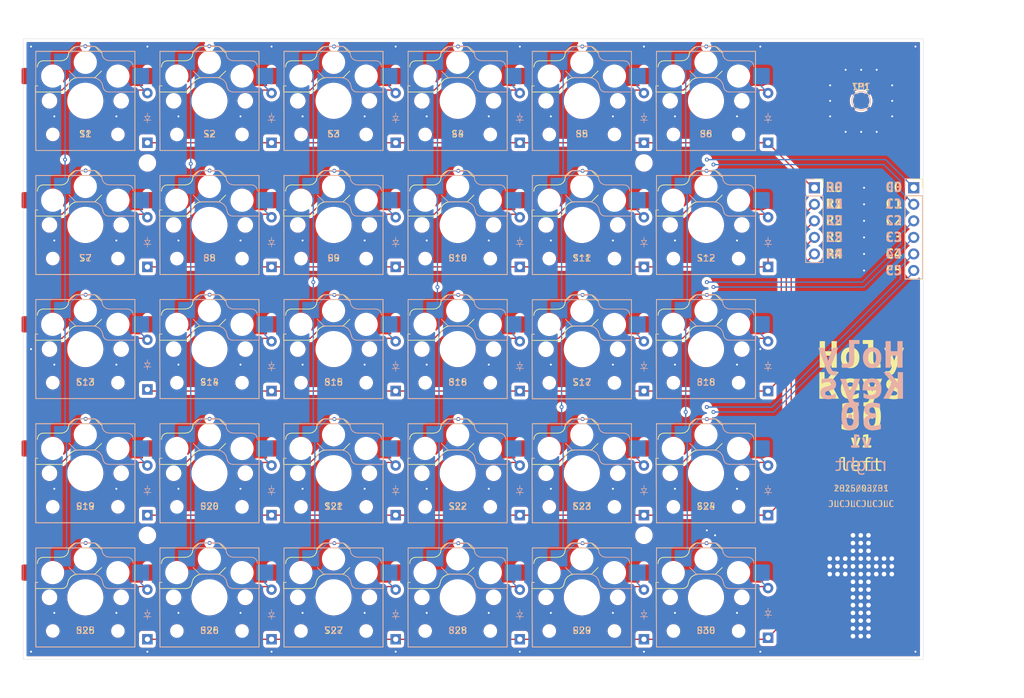
<source format=kicad_pcb>
(kicad_pcb (version 20241229) (generator "pcbnew") (generator_version "9.0")
  (layers (0 "F.Cu" signal) (4 "In1.Cu" signal) (6 "In2.Cu" signal) (2 "B.Cu" signal) (13 "F.Paste" user) (15 "B.Paste" user) (5 "F.SilkS" user "F.Silkscreen") (7 "B.SilkS" user "B.Silkscreen") (1 "F.Mask" user) (3 "B.Mask" user) (25 "Edge.Cuts" user))
  (net 0 "")
  (net 1 "Net-(D1-A)")
  (net 2 "Row 0")
  (net 3 "Net-(D2-A)")
  (net 4 "Net-(D3-A)")
  (net 5 "Net-(D4-A)")
  (net 6 "Net-(D5-A)")
  (net 7 "Net-(D6-A)")
  (net 8 "Row 1")
  (net 9 "Net-(D7-A)")
  (net 10 "Net-(D8-A)")
  (net 11 "Net-(D9-A)")
  (net 12 "Net-(D10-A)")
  (net 13 "Net-(D11-A)")
  (net 14 "Net-(D12-A)")
  (net 15 "Row 2")
  (net 16 "Net-(D13-A)")
  (net 17 "Net-(D14-A)")
  (net 18 "Net-(D15-A)")
  (net 19 "Net-(D16-A)")
  (net 20 "Net-(D17-A)")
  (net 21 "Net-(D18-A)")
  (net 22 "Net-(D19-A)")
  (net 23 "Row 3")
  (net 24 "Net-(D20-A)")
  (net 25 "Net-(D21-A)")
  (net 26 "Net-(D22-A)")
  (net 27 "Net-(D23-A)")
  (net 28 "Net-(D24-A)")
  (net 29 "Net-(D25-A)")
  (net 30 "Row 4")
  (net 31 "Net-(D26-A)")
  (net 32 "Net-(D27-A)")
  (net 33 "Net-(D28-A)")
  (net 34 "Col 4")
  (net 35 "Col 5")
  (net 36 "Col 2")
  (net 37 "Col 1")
  (net 38 "Col 3")
  (net 39 "Col 0")
  (net 40 "Net-(D29-A)")
  (net 41 "Net-(D30-A)")
  (net 42 "GND")
  (footprint "MountingHole:MountingHole_2.2mm_M2_DIN965" (layer "F.Cu") (at 107.15625 88.10625)
    (property "Reference" "H2" (hide yes))
    (property "Value" "Mounting_Hole")
  )
  (footprint "Switch_Keyboard_Hotswap_Kailh:SW_Hotswap_Kailh_Choc_V1V2_Reversible" (layer "F.Cu") (at 40.48125 97.63125)
    (property "Reference" "S26")
    (property "Value" "Keyswitch")
  )
  (footprint "Switch_Keyboard_Hotswap_Kailh:SW_Hotswap_Kailh_Choc_V1V2_Reversible" (layer "F.Cu") (at 59.53125 97.63125)
    (property "Reference" "S27")
    (property "Value" "Keyswitch")
  )
  (footprint "Switch_Keyboard_Hotswap_Kailh:SW_Hotswap_Kailh_Choc_V1V2_Reversible" (layer "F.Cu") (at 21.43125 21.43125)
    (property "Reference" "S1")
    (property "Value" "Keyswitch")
  )
  (footprint "Switch_Keyboard_Hotswap_Kailh:SW_Hotswap_Kailh_Choc_V1V2_Reversible" (layer "F.Cu") (at 21.43125 78.58125)
    (property "Reference" "S19")
    (property "Value" "Keyswitch")
  )
  (footprint "Switch_Keyboard_Hotswap_Kailh:SW_Hotswap_Kailh_Choc_V1V2_Reversible" (layer "F.Cu") (at 40.48125 21.43125)
    (property "Reference" "S2")
    (property "Value" "Keyswitch")
  )
  (footprint "Connector_PinSocket_2.54mm:PinSocket_1x06_P2.54mm_Vertical" (layer "F.Cu") (at 148.55825 34.76625)
    (property "Reference" "J2" (hide yes))
    (property "Value" "Col 1x6")
  )
  (footprint "Switch_Keyboard_Hotswap_Kailh:SW_Hotswap_Kailh_Choc_V1V2_Reversible" (layer "F.Cu") (at 97.63125 40.48125)
    (property "Reference" "S11")
    (property "Value" "Keyswitch")
  )
  (footprint "Switch_Keyboard_Hotswap_Kailh:SW_Hotswap_Kailh_Choc_V1V2_Reversible" (layer "F.Cu") (at 59.53125 78.58125)
    (property "Reference" "S21")
    (property "Value" "Keyswitch")
  )
  (footprint "Switch_Keyboard_Hotswap_Kailh:SW_Hotswap_Kailh_Choc_V1V2_Reversible" (layer "F.Cu") (at 97.63125 97.63125)
    (property "Reference" "S29")
    (property "Value" "Keyswitch")
  )
  (footprint "Switch_Keyboard_Hotswap_Kailh:SW_Hotswap_Kailh_Choc_V1V2_Reversible" (layer "F.Cu") (at 59.53125 59.53125)
    (property "Reference" "S15")
    (property "Value" "Keyswitch")
  )
  (footprint "Switch_Keyboard_Hotswap_Kailh:SW_Hotswap_Kailh_Choc_V1V2_Reversible" (layer "F.Cu") (at 40.48125 59.53125)
    (property "Reference" "S14")
    (property "Value" "Keyswitch")
  )
  (footprint "Switch_Keyboard_Hotswap_Kailh:SW_Hotswap_Kailh_Choc_V1V2_Reversible" (layer "F.Cu") (at 21.43125 40.48125)
    (property "Reference" "S7")
    (property "Value" "Keyswitch")
  )
  (footprint "Switch_Keyboard_Hotswap_Kailh:SW_Hotswap_Kailh_Choc_V1V2_Reversible" (layer "F.Cu") (at 116.68125 40.48125)
    (property "Reference" "S12")
    (property "Value" "Keyswitch")
  )
  (footprint "Switch_Keyboard_Hotswap_Kailh:SW_Hotswap_Kailh_Choc_V1V2_Reversible" (layer "F.Cu") (at 97.63125 21.43125)
    (property "Reference" "S5")
    (property "Value" "Keyswitch")
  )
  (footprint "TestPoint:TestPoint_Pad_D2.5mm" (layer "F.Cu") (at 140.49375 21.43125)
    (property "Reference" "TP1")
    (property "Value" "GND")
  )
  (footprint "Switch_Keyboard_Hotswap_Kailh:SW_Hotswap_Kailh_Choc_V1V2_Reversible" (layer "F.Cu") (at 21.43125 59.53125)
    (property "Reference" "S13")
    (property "Value" "Keyswitch")
  )
  (footprint "Switch_Keyboard_Hotswap_Kailh:SW_Hotswap_Kailh_Choc_V1V2_Reversible" (layer "F.Cu") (at 59.53125 40.48125)
    (property "Reference" "S9")
    (property "Value" "Keyswitch")
  )
  (footprint "Switch_Keyboard_Hotswap_Kailh:SW_Hotswap_Kailh_Choc_V1V2_Reversible" (layer "F.Cu") (at 21.43125 97.63125)
    (property "Reference" "S25")
    (property "Value" "Keyswitch")
  )
  (footprint "Switch_Keyboard_Hotswap_Kailh:SW_Hotswap_Kailh_Choc_V1V2_Reversible" (layer "F.Cu") (at 116.68125 59.53125)
    (property "Reference" "S18")
    (property "Value" "Keyswitch")
  )
  (footprint "Connector_PinSocket_2.54mm:PinSocket_1x05_P2.54mm_Vertical" (layer "F.Cu") (at 133.31825 34.76625)
    (property "Reference" "J1" (hide yes))
    (property "Value" "Rows 1x5")
  )
  (footprint "Switch_Keyboard_Hotswap_Kailh:SW_Hotswap_Kailh_Choc_V1V2_Reversible" (layer "F.Cu") (at 78.58125 21.43125)
    (property "Reference" "S4")
    (property "Value" "Keyswitch")
  )
  (footprint "Switch_Keyboard_Hotswap_Kailh:SW_Hotswap_Kailh_Choc_V1V2_Reversible" (layer "F.Cu") (at 40.48125 78.58125)
    (property "Reference" "S20")
    (property "Value" "Keyswitch")
  )
  (footprint "Switch_Keyboard_Hotswap_Kailh:SW_Hotswap_Kailh_Choc_V1V2_Reversible" (layer "F.Cu") (at 97.63125 78.58125)
    (property "Reference" "S23")
    (property "Value" "Keyswitch")
  )
  (footprint "Switch_Keyboard_Hotswap_Kailh:SW_Hotswap_Kailh_Choc_V1V2_Reversible" (layer "F.Cu") (at 59.53125 21.43125)
    (property "Reference" "S3")
    (property "Value" "Keyswitch")
  )
  (footprint "Switch_Keyboard_Hotswap_Kailh:SW_Hotswap_Kailh_Choc_V1V2_Reversible" (layer "F.Cu") (at 78.58125 78.58125)
    (property "Reference" "S22")
    (property "Value" "Keyswitch")
  )
  (footprint "Switch_Keyboard_Hotswap_Kailh:SW_Hotswap_Kailh_Choc_V1V2_Reversible" (layer "F.Cu") (at 97.63125 59.55125)
    (property "Reference" "S17")
    (property "Value" "Keyswitch")
  )
  (footprint "Switch_Keyboard_Hotswap_Kailh:SW_Hotswap_Kailh_Choc_V1V2_Reversible" (layer "F.Cu") (at 78.58125 40.48125)
    (property "Reference" "S10")
    (property "Value" "Keyswitch")
  )
  (footprint "Switch_Keyboard_Hotswap_Kailh:SW_Hotswap_Kailh_Choc_V1V2_Reversible" (layer "F.Cu") (at 40.48125 40.48125)
    (property "Reference" "S8")
    (property "Value" "Keyswitch")
  )
  (footprint "Switch_Keyboard_Hotswap_Kailh:SW_Hotswap_Kailh_Choc_V1V2_Reversible" (layer "F.Cu") (at 78.58125 97.63125)
    (property "Reference" "S28")
    (property "Value" "Keyswitch")
  )
  (footprint "MountingHole:MountingHole_2.2mm_M2_DIN965" (layer "F.Cu") (at 30.95625 88.10625)
    (property "Reference" "H4" (hide yes))
    (property "Value" "Mounting_Hole")
  )
  (footprint "Switch_Keyboard_Hotswap_Kailh:SW_Hotswap_Kailh_Choc_V1V2_Reversible" (layer "F.Cu") (at 116.68125 97.63125)
    (property "Reference" "S30")
    (property "Value" "Keyswitch")
  )
  (footprint "MountingHole:MountingHole_2.2mm_M2_DIN965" (layer "F.Cu") (at 107.15625 30.95625)
    (property "Reference" "H1" (hide yes))
    (property "Value" "Mounting_Hole")
  )
  (footprint "Switch_Keyboard_Hotswap_Kailh:SW_Hotswap_Kailh_Choc_V1V2_Reversible" (layer "F.Cu") (at 78.58125 59.53125)
    (property "Reference" "S16")
    (property "Value" "Keyswitch")
  )
  (footprint "MountingHole:MountingHole_2.2mm_M2_DIN965" (layer "F.Cu") (at 30.95625 30.95625)
    (property "Reference" "H3" (hide yes))
    (property "Value" "Mounting_Hole")
  )
  (footprint "Switch_Keyboard_Hotswap_Kailh:SW_Hotswap_Kailh_Choc_V1V2_Reversible" (layer "F.Cu") (at 116.68125 21.43125)
    (property "Reference" "S6")
    (property "Value" "Keyswitch")
  )
  (footprint "Switch_Keyboard_Hotswap_Kailh:SW_Hotswap_Kailh_Choc_V1V2_Reversible" (layer "F.Cu") (at 116.68125 78.58125)
    (property "Reference" "S24")
    (property "Value" "Keyswitch")
  )
  (footprint "ScottoKeebs_Components:Diode_DO-35" (layer "B.Cu") (at 107.15625 46.910625 90)
    (property "Reference" "D11" (hide yes))
    (property "Value" "Diode" (hide yes))
  )
  (footprint "ScottoKeebs_Components:Diode_DO-35" (layer "B.Cu") (at 88.10625 65.960625 90)
    (property "Reference" "D16" (hide yes))
    (property "Value" "Diode" (hide yes))
  )
  (footprint "ScottoKeebs_Components:Diode_DO-35" (layer "B.Cu") (at 50.00625 46.910625 90)
    (property "Reference" "D8" (hide yes))
    (property "Value" "Diode" (hide yes))
  )
  (footprint "ScottoKeebs_Components:Diode_DO-35" (layer "B.Cu") (at 69.05625 27.860625 90)
    (property "Reference" "D3" (hide yes))
    (property "Value" "Diode" (hide yes))
  )
  (footprint "ScottoKeebs_Components:Diode_DO-35" (layer "B.Cu") (at 107.15625 27.860625 90)
    (property "Reference" "D5" (hide yes))
    (property "Value" "Diode" (hide yes))
  )
  (footprint "ScottoKeebs_Components:Diode_DO-35" (layer "B.Cu") (at 30.95625 46.910625 90)
    (property "Reference" "D7" (hide yes))
    (property "Value" "Diode" (hide yes))
  )
  (footprint "ScottoKeebs_Components:Diode_DO-35" (layer "B.Cu") (at 50.00625 27.860625 90)
    (property "Reference" "D2" (hide yes))
    (property "Value" "Diode" (hide yes))
  )
  (footprint "ScottoKeebs_Components:Diode_DO-35" (layer "B.Cu") (at 107.15625 104.060625 90)
    (property "Reference" "D29" (hide yes))
    (property "Value" "Diode" (hide yes))
  )
  (footprint "ScottoKeebs_Components:Diode_DO-35" (layer "B.Cu") (at 30.95625 85.010625 90)
    (property "Reference" "D19" (hide yes))
    (property "Value" "Diode" (hide yes))
  )
  (footprint "ScottoKeebs_Components:Diode_DO-35" (layer "B.Cu") (at 88.10625 85.010625 90)
    (property "Reference" "D22" (hide yes))
    (property "Value" "Diode" (hide yes))
  )
  (footprint "ScottoKeebs_Components:Diode_DO-35" (layer "B.Cu") (at 69.05625 65.960625 90)
    (property "Reference" "D15" (hide yes))
    (property "Value" "Diode" (hide yes))
  )
  (footprint "ScottoKeebs_Components:Diode_DO-35" (layer "B.Cu") (at 50.00625 65.960625 90)
    (property "Reference" "D14" (hide yes))
    (property "Value" "Diode" (hide yes))
  )
  (footprint "ScottoKeebs_Components:Diode_DO-35" (layer "B.Cu") (at 126.20625 65.960625 90)
    (property "Reference" "D18" (hide yes))
    (property "Value" "Diode" (hide yes))
  )
  (footprint "ScottoKeebs_Components:Diode_DO-35" (layer "B.Cu") (at 88.10625 46.910625 90)
    (property "Reference" "D10" (hide yes))
    (property "Value" "Diode" (hide yes))
  )
  (footprint "ScottoKeebs_Components:Diode_DO-35" (layer "B.Cu") (at 107.15625 85.010625 90)
    (property "Reference" "D23" (hide yes))
    (property "Value" "Diode" (hide yes))
  )
  (footprint "ScottoKeebs_Components:Diode_DO-35" (layer "B.Cu") (at 107.15625 65.960625 90)
    (property "Reference" "D17" (hide yes))
    (property "Value" "Diode" (hide yes))
  )
  (footprint "ScottoKeebs_Components:Diode_DO-35" (layer "B.Cu") (at 126.20625 27.860625 90)
    (property "Reference" "D6" (hide yes))
    (property "Value" "Diode" (hide yes))
  )
  (footprint "ScottoKeebs_Components:Diode_DO-35" (layer "B.Cu") (at 50.00625 85.010625 90)
    (property "Reference" "D20" (hide yes))
    (property "Value" "Diode" (hide yes))
  )
  (footprint "ScottoKeebs_Components:Diode_DO-35" (layer "B.Cu") (at 69.05625 104.060625 90)
    (property "Reference" "D27" (hide yes))
    (property "Value" "Diode" (hide yes))
  )
  (footprint "ScottoKeebs_Components:Diode_DO-35" (layer "B.Cu") (at 50.00625 104.060625 90)
    (property "Reference" "D26" (hide yes))
    (property "Value" "Diode" (hide yes))
  )
  (footprint "ScottoKeebs_Components:Diode_DO-35" (layer "B.Cu") (at 69.05625 46.910625 90)
    (property "Reference" "D9" (hide yes))
    (property "Value" "Diode" (hide yes))
  )
  (footprint "ScottoKeebs_Components:Diode_DO-35" (layer "B.Cu") (at 126.20625 46.910625 90)
    (property "Reference" "D12" (hide yes))
    (property "Value" "Diode" (hide yes))
  )
  (footprint "ScottoKeebs_Components:Diode_DO-35" (layer "B.Cu") (at 30.95625 65.7225 90)
    (property "Reference" "D13" (hide yes))
    (property "Value" "Diode" (hide yes))
  )
  (footprint "TestPoint:TestPoint_Pad_D2.5mm" (layer "B.Cu") (at 140.49375 21.43125 180)
    (property "Reference" "TP2")
    (property "Value" "GND")
  )
  (footprint "ScottoKeebs_Components:Diode_DO-35" (layer "B.Cu") (at 30.95625 104.060625 90)
    (property "Reference" "D25" (hide yes))
    (property "Value" "Diode" (hide yes))
  )
  (footprint "ScottoKeebs_Components:Diode_DO-35" (layer "B.Cu") (at 69.05625 85.010625 90)
    (property "Reference" "D21" (hide yes))
    (property "Value" "Diode" (hide yes))
  )
  (footprint "ScottoKeebs_Components:Diode_DO-35" (layer "B.Cu") (at 88.10625 27.860625 90)
    (property "Reference" "D4" (hide yes))
    (property "Value" "Diode" (hide yes))
  )
  (footprint "ScottoKeebs_Components:Diode_DO-35" (layer "B.Cu") (at 126.20625 85.010625 90)
    (property "Reference" "D24" (hide yes))
    (property "Value" "Diode" (hide yes))
  )
  (footprint "ScottoKeebs_Components:Diode_DO-35" (layer "B.Cu") (at 30.95625 27.860625 90)
    (property "Reference" "D1" (hide yes))
    (property "Value" "Diode" (hide yes))
  )
  (footprint "ScottoKeebs_Components:Diode_DO-35" (layer "B.Cu") (at 88.10625 104.060625 90)
    (property "Reference" "D28" (hide yes))
    (property "Value" "Diode" (hide yes))
  )
  (footprint "ScottoKeebs_Components:Diode_DO-35" (layer "B.Cu") (at 126.20625 103.8225 90)
    (property "Reference" "D30" (hide yes))
    (property "Value" "Diode" (hide yes))
  )
  (gr_rect (start 11.90625 11.90625) (end 150.01875 107.15625) (stroke (width 0.05)) (fill no) (layer "Edge.Cuts"))
  (gr_text "C0\nC1\nC2\nC3\nC4\nC5" (at 146.78025 41.16705 0) (layer "F.SilkS") (effects (font (size 1.52 1.52) (thickness 0.2) (bold yes)) (justify right)))
  (gr_text "R0\nR1\nR2\nR3\nR4" (at 135.09625 39.89705 0) (layer "F.SilkS") (effects (font (size 1.52 1.52) (thickness 0.2) (bold yes)) (justify left)))
  (gr_text "left" (at 140.49375 77.390625 0) (layer "F.SilkS") (effects (font (size 2 2) (thickness 0.25))))
  (gr_text "2025/03/31" (at 140.49375 80.9625 0) (layer "F.SilkS") (effects (font (size 1 1) (thickness 0.1))))
  (gr_text "Keys" (at 140.49375 65.484375 0) (layer "F.SilkS") (effects (font (size 4 4) (thickness 0.2) (bold yes))))
  (gr_text "30" (at 140.49375 70.246875 0) (layer "F.SilkS") (effects (font (size 4 4) (thickness 0.2) (bold yes))))
  (gr_text "v1" (at 140.49375 73.81875 0) (layer "F.SilkS") (effects (font (size 2 2) (thickness 0.2) (bold yes))))
  (gr_text "JLCJLCJLCJLC" (at 140.49375 83.34375 0) (layer "F.SilkS") (effects (font (size 1 1) (thickness 0.1))))
  (gr_text "Holy" (at 140.49375 60.721875 0) (layer "F.SilkS") (effects (font (size 4 4) (thickness 0.2) (bold yes))))
  (gr_text "v1" (at 140.49375 73.81875 -0) (layer "B.SilkS") (effects (font (size 2 2) (thickness 0.2) (bold yes)) (justify mirror)))
  (gr_text "2025/03/31" (at 140.49375 80.9625 -0) (layer "B.SilkS") (effects (font (size 1 1) (thickness 0.1)) (justify mirror)))
  (gr_text "Holy" (at 140.49375 60.721875 -0) (layer "B.SilkS") (effects (font (size 4 4) (thickness 0.2) (bold yes)) (justify mirror)))
  (gr_text "right" (at 140.49375 77.390625 0) (layer "B.SilkS") (effects (font (size 2 2) (thickness 0.25)) (justify mirror)))
  (gr_text "30" (at 140.49375 70.246875 -0) (layer "B.SilkS") (effects (font (size 4 4) (thickness 0.2) (bold yes)) (justify mirror)))
  (gr_text "Keys" (at 140.49375 65.484375 -0) (layer "B.SilkS") (effects (font (size 4 4) (thickness 0.2) (bold yes)) (justify mirror)))
  (gr_text "JLCJLCJLCJLC" (at 140.49375 83.34375 -0) (layer "B.SilkS") (effects (font (size 1 1) (thickness 0.1)) (justify mirror)))
  (gr_text "C0\nC1\nC2\nC3\nC4\nC5" (at 146.78025 41.16705 0) (layer "B.SilkS") (effects (font (size 1.52 1.52) (thickness 0.2) (bold yes)) (justify left mirror)))
  (gr_text "R0\nR1\nR2\nR3\nR4" (at 135.09625 39.89705 0) (layer "B.SilkS") (effects (font (size 1.52 1.52) (thickness 0.2) (bold yes)) (justify right mirror)))
  (segment (start 15.07325 19.77225) (end 17.85385 19.77225) (width 0.2) (layer "F.Cu") (net 1))
  (segment (start 30.7126 19.77225) (end 30.93485 19.9945) (width 0.2) (layer "F.Cu") (net 1))
  (segment (start 19.50485 18.12125) (end 23.25135 18.12125) (width 0.2) (layer "F.Cu") (net 1))
  (segment (start 12.92225 17.62125) (end 15.07325 19.77225) (width 0.2) (layer "F.Cu") (net 1))
  (segment (start 17.85385 19.77225) (end 19.50485 18.12125) (width 0.2) (layer "F.Cu") (net 1))
  (segment (start 23.25135 18.12125) (end 24.90235 19.77225) (width 0.2) (layer "F.Cu") (net 1))
  (segment (start 24.90235 19.77225) (end 30.7126 19.77225) (width 0.2) (layer "F.Cu") (net 1))
  (segment (start 29.93125 19.215625) (end 30.95625 20.240625) (width 0.2) (layer "B.Cu") (net 1))
  (segment (start 29.93125 17.63125) (end 29.93125 19.215625) (width 0.2) (layer "B.Cu") (net 1))
  (segment (start 133.06425 34.76625) (end 133.31825 34.76625) (width 0.2) (layer "F.Cu") (net 2))
  (segment (start 126.20625 27.90825) (end 133.06425 34.76625) (width 0.2) (layer "F.Cu") (net 2))
  (segment (start 30.95625 27.860625) (end 126.20625 27.860625) (width 0.2) (layer "F.Cu") (net 2))
  (segment (start 126.20625 27.860625) (end 126.20625 27.90825) (width 0.2) (layer "F.Cu") (net 2))
  (segment (start 49.7626 19.77225) (end 49.98485 19.9945) (width 0.2) (layer "F.Cu") (net 3))
  (segment (start 36.90385 19.77225) (end 38.55485 18.12125) (width 0.2) (layer "F.Cu") (net 3))
  (segment (start 43.95235 19.77225) (end 49.7626 19.77225) (width 0.2) (layer "F.Cu") (net 3))
  (segment (start 34.12325 19.77225) (end 36.90385 19.77225) (width 0.2) (layer "F.Cu") (net 3))
  (segment (start 38.55485 18.12125) (end 42.30135 18.12125) (width 0.2) (layer "F.Cu") (net 3))
  (segment (start 42.30135 18.12125) (end 43.95235 19.77225) (width 0.2) (layer "F.Cu") (net 3))
  (segment (start 31.97225 17.62125) (end 34.12325 19.77225) (width 0.2) (layer "F.Cu") (net 3))
  (segment (start 48.98125 17.63125) (end 48.98125 19.215625) (width 0.2) (layer "B.Cu") (net 3))
  (segment (start 48.98125 19.215625) (end 50.00625 20.240625) (width 0.2) (layer "B.Cu") (net 3))
  (segment (start 68.8126 19.77225) (end 69.03485 19.9945) (width 0.2) (layer "F.Cu") (net 4))
  (segment (start 53.17325 19.77225) (end 55.95385 19.77225) (width 0.2) (layer "F.Cu") (net 4))
  (segment (start 61.35135 18.12125) (end 63.00235 19.77225) (width 0.2) (layer "F.Cu") (net 4))
  (segment (start 63.00235 19.77225) (end 68.8126 19.77225) (width 0.2) (layer "F.Cu") (net 4))
  (segment (start 55.95385 19.77225) (end 57.60485 18.12125) (width 0.2) (layer "F.Cu") (net 4))
  (segment (start 51.02225 17.62125) (end 53.17325 19.77225) (width 0.2) (layer "F.Cu") (net 4))
  (segment (start 57.60485 18.12125) (end 61.35135 18.12125) (width 0.2) (layer "F.Cu") (net 4))
  (segment (start 68.03125 19.215625) (end 69.05625 20.240625) (width 0.2) (layer "B.Cu") (net 4))
  (segment (start 68.03125 17.63125) (end 68.03125 19.215625) (width 0.2) (layer "B.Cu") (net 4))
  (segment (start 75.00385 19.77225) (end 76.65485 18.12125) (width 0.2) (layer "F.Cu") (net 5))
  (segment (start 82.05235 19.77225) (end 87.8626 19.77225) (width 0.2) (layer "F.Cu") (net 5))
  (segment (start 72.22325 19.77225) (end 75.00385 19.77225) (width 0.2) (layer "F.Cu") (net 5))
  (segment (start 87.8626 19.77225) (end 88.08485 19.9945) (width 0.2) (layer "F.Cu") (net 5))
  (segment (start 80.40135 18.12125) (end 82.05235 19.77225) (width 0.2) (layer "F.Cu") (net 5))
  (segment (start 70.07225 17.62125) (end 72.22325 19.77225) (width 0.2) (layer "F.Cu") (net 5))
  (segment (start 76.65485 18.12125) (end 80.40135 18.12125) (width 0.2) (layer "F.Cu") (net 5))
  (segment (start 87.08125 19.215625) (end 88.10625 20.240625) (width 0.2) (layer "B.Cu") (net 5))
  (segment (start 87.08125 17.63125) (end 87.08125 19.215625) (width 0.2) (layer "B.Cu") (net 5))
  (segment (start 99.45135 18.12125) (end 101.10235 19.77225) (width 0.2) (layer "F.Cu") (net 6))
  (segment (start 91.27325 19.77225) (end 94.05385 19.77225) (width 0.2) (layer "F.Cu") (net 6))
  (segment (start 94.05385 19.77225) (end 95.70485 18.12125) (width 0.2) (layer "F.Cu") (net 6))
  (segment (start 89.12225 17.62125) (end 91.27325 19.77225) (width 0.2) (layer "F.Cu") (net 6))
  (segment (start 106.9126 19.77225) (end 107.13485 19.9945) (width 0.2) (layer "F.Cu") (net 6))
  (segment (start 101.10235 19.77225) (end 106.9126 19.77225) (width 0.2) (layer "F.Cu") (net 6))
  (segment (start 95.70485 18.12125) (end 99.45135 18.12125) (width 0.2) (layer "F.Cu") (net 6))
  (segment (start 106.13125 19.215625) (end 107.15625 20.240625) (width 0.2) (layer "B.Cu") (net 6))
  (segment (start 106.13125 17.63125) (end 106.13125 19.215625) (width 0.2) (layer "B.Cu") (net 6))
  (segment (start 110.45025 19.77225) (end 113.23085 19.77225) (width 0.2) (layer "F.Cu") (net 7))
  (segment (start 113.23085 19.77225) (end 114.88185 18.12125) (width 0.2) (layer "F.Cu") (net 7))
  (segment (start 114.88185 18.12125) (end 118.62835 18.12125) (width 0.2) (layer "F.Cu") (net 7))
  (segment (start 108.29925 17.62125) (end 110.45025 19.77225) (width 0.2) (layer "F.Cu") (net 7))
  (segment (start 118.62835 18.12125) (end 120.27935 19.77225) (width 0.2) (layer "F.Cu") (net 7))
  (segment (start 120.27935 19.77225) (end 126.0896 19.77225) (width 0.2) (layer "F.Cu") (net 7))
  (segment (start 126.0896 19.77225) (end 126.31185 19.9945) (width 0.2) (layer "F.Cu") (net 7))
  (segment (start 125.18125 19.215625) (end 126.20625 20.240625) (width 0.2) (layer "B.Cu") (net 7))
  (segment (start 125.18125 17.63125) (end 125.18125 19.215625) (width 0.2) (layer "B.Cu") (net 7))
  (segment (start 126.20625 46.910625) (end 126.20625 44.41825) (width 0.2) (layer "F.Cu") (net 8))
  (segment (start 30.95625 46.910625) (end 126.20625 46.910625) (width 0.2) (layer "F.Cu") (net 8))
  (segment (start 126.20625 44.41825) (end 133.31825 37.30625) (width 0.2) (layer "F.Cu") (net 8))
  (segment (start 30.7126 38.82225) (end 30.93485 39.0445) (width 0.2) (layer "F.Cu") (net 9))
  (segment (start 19.50485 37.17125) (end 23.25135 37.17125) (width 0.2) (layer "F.Cu") (net 9))
  (segment (start 24.90235 38.82225) (end 30.7126 38.82225) (width 0.2) (layer "F.Cu") (net 9))
  (segment (start 15.07325 38.82225) (end 17.85385 38.82225) (width 0.2) (layer "F.Cu") (net 9))
  (segment (start 17.85385 38.82225) (end 19.50485 37.17125) (width 0.2) (layer "F.Cu") (net 9))
  (segment (start 12.92225 36.67125) (end 15.07325 38.82225) (width 0.2) (layer "F.Cu") (net 9))
  (segment (start 23.25135 37.17125) (end 24.90235 38.82225) (width 0.2) (layer "F.Cu") (net 9))
  (segment (start 29.93125 36.68125) (end 29.93125 38.265625) (width 0.2) (layer "B.Cu") (net 9))
  (segment (start 29.93125 38.265625) (end 30.95625 39.290625) (width 0.2) (layer "B.Cu") (net 9))
  (segment (start 32.09925 36.67125) (end 34.25025 38.82225) (width 0.2) (layer "F.Cu") (net 10))
  (segment (start 49.8896 38.82225) (end 50.11185 39.0445) (width 0.2) (layer "F.Cu") (net 10))
  (segment (start 34.25025 38.82225) (end 37.03085 38.82225) (width 0.2) (layer "F.Cu") (net 10))
  (segment (start 44.07935 38.82225) (end 49.8896 38.82225) (width 0.2) (layer "F.Cu") (net 10))
  (segment (start 42.42835 37.17125) (end 44.07935 38.82225) (width 0.2) (layer "F.Cu") (net 10))
  (segment (start 37.03085 38.82225) (end 38.68185 37.17125) (width 0.2) (layer "F.Cu") (net 10))
  (segment (start 38.68185 37.17125) (end 42.42835 37.17125) (width 0.2) (layer "F.Cu") (net 10))
  (segment (start 48.98125 38.265625) (end 50.00625 39.290625) (width 0.2) (layer "B.Cu") (net 10))
  (segment (start 48.98125 36.68125) (end 48.98125 38.265625) (width 0.2) (layer "B.Cu") (net 10))
  (segment (start 51.02225 36.67125) (end 53.17325 38.82225) (width 0.2) (layer "F.Cu") (net 11))
  (segment (start 61.35135 37.17125) (end 63.00235 38.82225) (width 0.2) (layer "F.Cu") (net 11))
  (segment (start 68.8126 38.82225) (end 69.03485 39.0445) (width 0.2) (layer "F.Cu") (net 11))
  (segment (start 63.00235 38.82225) (end 68.8126 38.82225) (width 0.2) (layer "F.Cu") (net 11))
  (segment (start 57.60485 37.17125) (end 61.35135 37.17125) (width 0.2) (layer "F.Cu") (net 11))
  (segment (start 55.95385 38.82225) (end 57.60485 37.17125) (width 0.2) (layer "F.Cu") (net 11))
  (segment (start 53.17325 38.82225) (end 55.95385 38.82225) (width 0.2) (layer "F.Cu") (net 11))
  (segment (start 68.03125 36.68125) (end 68.03125 38.265625) (width 0.2) (layer "B.Cu") (net 11))
  (segment (start 68.03125 38.265625) (end 69.05625 39.290625) (width 0.2) (layer "B.Cu") (net 11))
  (segment (start 82.05235 38.82225) (end 87.8626 38.82225) (width 0.2) (layer "F.Cu") (net 12))
  (segment (start 76.65485 37.17125) (end 80.40135 37.17125) (width 0.2) (layer "F.Cu") (net 12))
  (segment (start 87.8626 38.82225) (end 88.08485 39.0445) (width 0.2) (layer "F.Cu") (net 12))
  (segment (start 70.07225 36.67125) (end 72.22325 38.82225) (width 0.2) (layer "F.Cu") (net 12))
  (segment (start 75.00385 38.82225) (end 76.65485 37.17125) (width 0.2) (layer "F.Cu") (net 12))
  (segment (start 80.40135 37.17125) (end 82.05235 38.82225) (width 0.2) (layer "F.Cu") (net 12))
  (segment (start 72.22325 38.82225) (end 75.00385 38.82225) (width 0.2) (layer "F.Cu") (net 12))
  (segment (start 87.08125 36.68125) (end 87.08125 38.265625) (width 0.2) (layer "B.Cu") (net 12))
  (segment (start 87.08125 38.265625) (end 88.10625 39.290625) (width 0.2) (layer "B.Cu") (net 12))
  (segment (start 101.10235 38.82225) (end 106.9126 38.82225) (width 0.2) (layer "F.Cu") (net 13))
  (segment (start 91.27325 38.82225) (end 94.05385 38.82225) (width 0.2) (layer "F.Cu") (net 13))
  (segment (start 99.45135 37.17125) (end 101.10235 38.82225) (width 0.2) (layer "F.Cu") (net 13))
  (segment (start 89.12225 36.67125) (end 91.27325 38.82225) (width 0.2) (layer "F.Cu") (net 13))
  (segment (start 94.05385 38.82225) (end 95.70485 37.17125) (width 0.2) (layer "F.Cu") (net 13))
  (segment (start 106.9126 38.82225) (end 107.13485 39.0445) (width 0.2) (layer "F.Cu") (net 13))
  (segment (start 95.70485 37.17125) (end 99.45135 37.17125) (width 0.2) (layer "F.Cu") (net 13))
  (segment (start 106.13125 38.265625) (end 107.15625 39.290625) (width 0.2) (layer "B.Cu") (net 13))
  (segment (start 106.13125 36.68125) (end 106.13125 38.265625) (width 0.2) (layer "B.Cu") (net 13))
  (segment (start 125.9626 38.82225) (end 126.18485 39.0445) (width 0.2) (layer "F.Cu") (net 14))
  (segment (start 114.75485 37.17125) (end 118.50135 37.17125) (width 0.2) (layer "F.Cu") (net 14))
  (segment (start 118.50135 37.17125) (end 120.15235 38.82225) (width 0.2) (layer "F.Cu") (net 14))
  (segment (start 120.15235 38.82225) (end 125.9626 38.82225) (width 0.2) (layer "F.Cu") (net 14))
  (segment (start 110.32325 38.82225) (end 113.10385 38.82225) (width 0.2) (layer "F.Cu") (net 14))
  (segment (start 113.10385 38.82225) (end 114.75485 37.17125) (width 0.2) (layer "F.Cu") (net 14))
  (segment (start 108.17225 36.67125) (end 110.32325 38.82225) (width 0.2) (layer "F.Cu") (net 14))
  (segment (start 125.18125 38.265625) (end 126.20625 39.290625) (width 0.2) (layer "B.Cu") (net 14))
  (segment (start 125.18125 36.68125) (end 125.18125 38.265625) (width 0.2) (layer "B.Cu") (net 14))
  (segment (start 128.23825 44.92625) (end 133.31825 39.84625) (width 0.2) (layer "F.Cu") (net 15))
  (segment (start 31.194375 65.960625) (end 126.20625 65.960625) (width 0.2) (layer "F.Cu") (net 15))
  (segment (start 30.95625 65.7225) (end 31.194375 65.960625) (width 0.2) (layer "F.Cu") (net 15))
  (segment (start 128.23825 63.928625) (end 128.23825 44.92625) (width 0.2) (layer "F.Cu") (net 15))
  (segment (start 126.20625 65.960625) (end 128.23825 63.928625) (width 0.2) (layer "F.Cu") (net 15))
  (segment (start 12.92225 55.72125) (end 15.07325 57.87225) (width 0.2) (layer "F.Cu") (net 16))
  (segment (start 19.50485 56.22125) (end 23.25135 56.22125) (width 0.2) (layer "F.Cu") (net 16))
  (segment (start 15.07325 57.87225) (end 17.85385 57.87225) (width 0.2) (layer "F.Cu") (net 16))
  (segment (start 17.85385 57.87225) (end 19.50485 56.22125) (width 0.2) (layer "F.Cu") (net 16))
  (segment (start 23.25135 56.22125) (end 24.90235 57.87225) (width 0.2) (layer "F.Cu") (net 16))
  (segment (start 30.7126 57.87225) (end 30.93485 58.0945) (width 0.2) (layer "F.Cu") (net 16))
  (segment (start 24.90235 57.87225) (end 30.7126 57.87225) (width 0.2) (layer "F.Cu") (net 16))
  (segment (start 29.93125 55.73125) (end 29.93125 57.0775) (width 0.2) (layer "B.Cu") (net 16))
  (segment (start 29.93125 57.0775) (end 30.95625 58.1025) (width 0.2) (layer "B.Cu") (net 16))
  (segment (start 36.90385 57.87225) (end 38.55485 56.22125) (width 0.2) (layer "F.Cu") (net 17))
  (segment (start 38.55485 56.22125) (end 42.30135 56.22125) (width 0.2) (layer "F.Cu") (net 17))
  (segment (start 42.30135 56.22125) (end 43.95235 57.87225) (width 0.2) (layer "F.Cu") (net 17))
  (segment (start 49.7626 57.87225) (end 49.98485 58.0945) (width 0.2) (layer "F.Cu") (net 17))
  (segment (start 34.12325 57.87225) (end 36.90385 57.87225) (width 0.2) (layer "F.Cu") (net 17))
  (segment (start 43.95235 57.87225) (end 49.7626 57.87225) (width 0.2) (layer "F.Cu") (net 17))
  (segment (start 31.97225 55.72125) (end 34.12325 57.87225) (width 0.2) (layer "F.Cu") (net 17))
  (segment (start 48.98125 55.73125) (end 48.98125 57.315625) (width 0.2) (layer "B.Cu") (net 17))
  (segment (start 48.98125 57.315625) (end 50.00625 58.340625) (width 0.2) (layer "B.Cu") (net 17))
  (segment (start 55.95385 57.87225) (end 57.60485 56.22125) (width 0.2) (layer "F.Cu") (net 18))
  (segment (start 68.8126 57.87225) (end 69.03485 58.0945) (width 0.2) (layer "F.Cu") (net 18))
  (segment (start 53.17325 57.87225) (end 55.95385 57.87225) (width 0.2) (layer "F.Cu") (net 18))
  (segment (start 51.02225 55.72125) (end 53.17325 57.87225) (width 0.2) (layer "F.Cu") (net 18))
  (segment (start 63.00235 57.87225) (end 68.8126 57.87225) (width 0.2) (layer "F.Cu") (net 18))
  (segment (start 57.60485 56.22125) (end 61.35135 56.22125) (width 0.2) (layer "F.Cu") (net 18))
  (segment (start 61.35135 56.22125) (end 63.00235 57.87225) (width 0.2) (layer "F.Cu") (net 18))
  (segment (start 68.03125 55.73125) (end 68.03125 57.315625) (width 0.2) (layer "B.Cu") (net 18))
  (segment (start 68.03125 57.315625) (end 69.05625 58.340625) (width 0.2) (layer "B.Cu") (net 18))
  (segment (start 80.40135 56.22125) (end 82.05235 57.87225) (width 0.2) (layer "F.Cu") (net 19))
  (segment (start 70.07225 55.72125) (end 72.22325 57.87225) (width 0.2) (layer "F.Cu") (net 19))
  (segment (start 87.8626 57.87225) (end 88.08485 58.0945) (width 0.2) (layer "F.Cu") (net 19))
  (segment (start 76.65485 56.22125) (end 80.40135 56.22125) (width 0.2) (layer "F.Cu") (net 19))
  (segment (start 75.00385 57.87225) (end 76.65485 56.22125) (width 0.2) (layer "F.Cu") (net 19))
  (segment (start 82.05235 57.87225) (end 87.8626 57.87225) (width 0.2) (layer "F.Cu") (net 19))
  (segment (start 72.22325 57.87225) (end 75.00385 57.87225) (width 0.2) (layer "F.Cu") (net 19))
  (segment (start 87.08125 57.315625) (end 88.10625 58.340625) (width 0.2) (layer "B.Cu") (net 19))
  (segment (start 87.08125 55.73125) (end 87.08125 57.315625) (width 0.2) (layer "B.Cu") (net 19))
  (segment (start 101.10235 57.87225) (end 106.9126 57.87225) (width 0.2) (layer "F.Cu") (net 20))
  (segment (start 99.45135 56.22125) (end 101.10235 57.87225) (width 0.2) (layer "F.Cu") (net 20))
  (segment (start 94.05385 57.87225) (end 95.70485 56.22125) (width 0.2) (layer "F.Cu") (net 20))
  (segment (start 95.70485 56.22125) (end 99.45135 56.22125) (width 0.2) (layer "F.Cu") (net 20))
  (segment (start 89.12225 55.72125) (end 91.27325 57.87225) (width 0.2) (layer "F.Cu") (net 20))
  (segment (start 91.27325 57.87225) (end 94.05385 57.87225) (width 0.2) (layer "F.Cu") (net 20))
  (segment (start 106.9126 57.87225) (end 107.13485 58.0945) (width 0.2) (layer "F.Cu") (net 20))
  (segment (start 106.13125 57.315625) (end 107.15625 58.340625) (width 0.2) (layer "B.Cu") (net 20))
  (segment (start 106.13125 55.73125) (end 106.13125 57.315625) (width 0.2) (layer "B.Cu") (net 20))
  (segment (start 114.75485 56.22125) (end 118.50135 56.22125) (width 0.2) (layer "F.Cu") (net 21))
  (segment (start 113.10385 57.87225) (end 114.75485 56.22125) (width 0.2) (layer "F.Cu") (net 21))
  (segment (start 110.32325 57.87225) (end 113.10385 57.87225) (width 0.2) (layer "F.Cu") (net 21))
  (segment (start 118.50135 56.22125) (end 120.15235 57.87225) (width 0.2) (layer "F.Cu") (net 21))
  (segment (start 120.15235 57.87225) (end 125.9626 57.87225) (width 0.2) (layer "F.Cu") (net 21))
  (segment (start 108.17225 55.72125) (end 110.32325 57.87225) (width 0.2) (layer "F.Cu") (net 21))
  (segment (start 125.9626 57.87225) (end 126.18485 58.0945) (width 0.2) (layer "F.Cu") (net 21))
  (segment (start 125.18125 55.73125) (end 125.18125 57.315625) (width 0.2) (layer "B.Cu") (net 21))
  (segment (start 125.18125 57.315625) (end 126.20625 58.340625) (width 0.2) (layer "B.Cu") (net 21))
  (segment (start 19.50485 75.27125) (end 23.25135 75.27125) (width 0.2) (layer "F.Cu") (net 22))
  (segment (start 17.85385 76.92225) (end 19.50485 75.27125) (width 0.2) (layer "F.Cu") (net 22))
  (segment (start 12.92225 74.77125) (end 15.07325 76.92225) (width 0.2) (layer "F.Cu") (net 22))
  (segment (start 23.25135 75.27125) (end 24.90235 76.92225) (width 0.2) (layer "F.Cu") (net 22))
  (segment (start 15.07325 76.92225) (end 17.85385 76.92225) (width 0.2) (layer "F.Cu") (net 22))
  (segment (start 30.7126 76.92225) (end 30.93485 77.1445) (width 0.2) (layer "F.Cu") (net 22))
  (segment (start 24.90235 76.92225) (end 30.7126 76.92225) (width 0.2) (layer "F.Cu") (net 22))
  (segment (start 29.93125 74.78125) (end 29.93125 76.365625) (width 0.2) (layer "B.Cu") (net 22))
  (segment (start 29.93125 76.365625) (end 30.95625 77.390625) (width 0.2) (layer "B.Cu") (net 22))
  (segment (start 126.20625 85.010625) (end 129.00025 82.216625) (width 0.2) (layer "F.Cu") (net 23))
  (segment (start 129.00025 46.70425) (end 133.31825 42.38625) (width 0.2) (layer "F.Cu") (net 23))
  (segment (start 129.00025 82.216625) (end 129.00025 46.70425) (width 0.2) (layer "F.Cu") (net 23))
  (segment (start 30.95625 85.010625) (end 126.20625 85.010625) (width 0.2) (layer "F.Cu") (net 23))
  (segment (start 38.55485 75.27125) (end 42.30135 75.27125) (width 0.2) (layer "F.Cu") (net 24))
  (segment (start 42.30135 75.27125) (end 43.95235 76.92225) (width 0.2) (layer "F.Cu") (net 24))
  (segment (start 34.12325 76.92225) (end 36.90385 76.92225) (width 0.2) (layer "F.Cu") (net 24))
  (segment (start 49.7626 76.92225) (end 49.98485 77.1445) (width 0.2) (layer "F.Cu") (net 24))
  (segment (start 31.97225 74.77125) (end 34.12325 76.92225) (width 0.2) (layer "F.Cu") (net 24))
  (segment (start 36.90385 76.92225) (end 38.55485 75.27125) (width 0.2) (layer "F.Cu") (net 24))
  (segment (start 43.95235 76.92225) (end 49.7626 76.92225) (width 0.2) (layer "F.Cu") (net 24))
  (segment (start 48.98125 74.78125) (end 48.98125 76.365625) (width 0.2) (layer "B.Cu") (net 24))
  (segment (start 48.98125 76.365625) (end 50.00625 77.390625) (width 0.2) (layer "B.Cu") (net 24))
  (segment (start 61.35135 75.27125) (end 63.00235 76.92225) (width 0.2) (layer "F.Cu") (net 25))
  (segment (start 51.02225 74.77125) (end 53.17325 76.92225) (width 0.2) (layer "F.Cu") (net 25))
  (segment (start 55.95385 76.92225) (end 57.60485 75.27125) (width 0.2) (layer "F.Cu") (net 25))
  (segment (start 68.8126 76.92225) (end 69.03485 77.1445) (width 0.2) (layer "F.Cu") (net 25))
  (segment (start 63.00235 76.92225) (end 68.8126 76.92225) (width 0.2) (layer "F.Cu") (net 25))
  (segment (start 53.17325 76.92225) (end 55.95385 76.92225) (width 0.2) (layer "F.Cu") (net 25))
  (segment (start 57.60485 75.27125) (end 61.35135 75.27125) (width 0.2) (layer "F.Cu") (net 25))
  (segment (start 68.03125 76.365625) (end 69.05625 77.390625) (width 0.2) (layer "B.Cu") (net 25))
  (segment (start 68.03125 74.78125) (end 68.03125 76.365625) (width 0.2) (layer "B.Cu") (net 25))
  (segment (start 75.00385 76.92225) (end 76.65485 75.27125) (width 0.2) (layer "F.Cu") (net 26))
  (segment (start 72.22325 76.92225) (end 75.00385 76.92225) (width 0.2) (layer "F.Cu") (net 26))
  (segment (start 82.05235 76.92225) (end 87.8626 76.92225) (width 0.2) (layer "F.Cu") (net 26))
  (segment (start 70.07225 74.77125) (end 72.22325 76.92225) (width 0.2) (layer "F.Cu") (net 26))
  (segment (start 76.65485 75.27125) (end 80.40135 75.27125) (width 0.2) (layer "F.Cu") (net 26))
  (segment (start 80.40135 75.27125) (end 82.05235 76.92225) (width 0.2) (layer "F.Cu") (net 26))
  (segment (start 87.8626 76.92225) (end 88.08485 77.1445) (width 0.2) (layer "F.Cu") (net 26))
  (segment (start 87.08125 76.365625) (end 88.10625 77.390625) (width 0.2) (layer "B.Cu") (net 26))
  (segment (start 87.08125 74.78125) (end 87.08125 76.365625) (width 0.2) (layer "B.Cu") (net 26))
  (segment (start 91.27325 76.92225) (end 94.05385 76.92225) (width 0.2) (layer "F.Cu") (net 27))
  (segment (start 101.10235 76.92225) (end 106.9126 76.92225) (width 0.2) (layer "F.Cu") (net 27))
  (segment (start 106.9126 76.92225) (end 107.13485 77.1445) (width 0.2) (layer "F.Cu") (net 27))
  (segment (start 94.05385 76.92225) (end 95.70485 75.27125) (width 0.2) (layer "F.Cu") (net 27))
  (segment (start 95.70485 75.27125) (end 99.45135 75.27125) (width 0.2) (layer "F.Cu") (net 27))
  (segment (start 89.12225 74.77125) (end 91.27325 76.92225) (width 0.2) (layer "F.Cu") (net 27))
  (segment (start 99.45135 75.27125) (end 101.10235 76.92225) (width 0.2) (layer "F.Cu") (net 27))
  (segment (start 106.13125 74.78125) (end 106.13125 76.365625) (width 0.2) (layer "B.Cu") (net 27))
  (segment (start 106.13125 76.365625) (end 107.15625 77.390625) (width 0.2) (layer "B.Cu") (net 27))
  (segment (start 114.75485 75.27125) (end 118.50135 75.27125) (width 0.2) (layer "F.Cu") (net 28))
  (segment (start 120.15235 76.92225) (end 125.9626 76.92225) (width 0.2) (layer "F.Cu") (net 28))
  (segment (start 125.9626 76.92225) (end 126.18485 77.1445) (width 0.2) (layer "F.Cu") (net 28))
  (segment (start 110.32325 76.92225) (end 113.10385 76.92225) (width 0.2) (layer "F.Cu") (net 28))
  (segment (start 108.17225 74.77125) (end 110.32325 76.92225) (width 0.2) (layer "F.Cu") (net 28))
  (segment (start 113.10385 76.92225) (end 114.75485 75.27125) (width 0.2) (layer "F.Cu") (net 28))
  (segment (start 118.50135 75.27125) (end 120.15235 76.92225) (width 0.2) (layer "F.Cu") (net 28))
  (segment (start 125.18125 76.365625) (end 126.20625 77.390625) (width 0.2) (layer "B.Cu") (net 28))
  (segment (start 125.18125 74.78125) (end 125.18125 76.365625) (width 0.2) (layer "B.Cu") (net 28))
  (segment (start 12.92225 93.82125) (end 15.07325 95.97225) (width 0.2) (layer "F.Cu") (net 29))
  (segment (start 17.85385 95.97225) (end 19.50485 94.32125) (width 0.2) (layer "F.Cu") (net 29))
  (segment (start 30.7126 95.97225) (end 30.93485 96.1945) (width 0.2) (layer "F.Cu") (net 29))
  (segment (start 23.25135 94.32125) (end 24.90235 95.97225) (width 0.2) (layer "F.Cu") (net 29))
  (segment (start 24.90235 95.97225) (end 30.7126 95.97225) (width 0.2) (layer "F.Cu") (net 29))
  (segment (start 15.07325 95.97225) (end 17.85385 95.97225) (width 0.2) (layer "F.Cu") (net 29))
  (segment (start 19.50485 94.32125) (end 23.25135 94.32125) (width 0.2) (layer "F.Cu") (net 29))
  (segment (start 29.93125 95.415625) (end 30.95625 96.440625) (width 0.2) (layer "B.Cu") (net 29))
  (segment (start 29.93125 93.83125) (end 29.93125 95.415625) (width 0.2) (layer "B.Cu") (net 29))
  (segment (start 125.999875 104.060625) (end 107.15625 104.060625) (width 0.2) (layer "F.Cu") (net 30))
  (segment (start 30.95625 104.060625) (end 107.15625 104.060625) (width 0.2) (layer "F.Cu") (net 30))
  (segment (start 129.76225 48.48225) (end 133.31825 44.92625) (width 0.2) (layer "F.Cu") (net 30))
  (segment (start 126.20625 103.8225) (end 129.76225 100.2665) (width 0.2) (layer "F.Cu") (net 30))
  (segment (start 129.76225 100.2665) (end 129.76225 48.48225) (width 0.2) (layer "F.Cu") (net 30))
  (segment (start 43.95235 95.97225) (end 49.7626 95.97225) (width 0.2) (layer "F.Cu") (net 31))
  (segment (start 31.97225 93.82125) (end 34.12325 95.97225) (width 0.2) (layer "F.Cu") (net 31))
  (segment (start 49.7626 95.97225) (end 49.98485 96.1945) (width 0.2) (layer "F.Cu") (net 31))
  (segment (start 34.12325 95.97225) (end 36.90385 95.97225) (width 0.2) (layer "F.Cu") (net 31))
  (segment (start 36.90385 95.97225) (end 38.55485 94.32125) (width 0.2) (layer "F.Cu") (net 31))
  (segment (start 42.30135 94.32125) (end 43.95235 95.97225) (width 0.2) (layer "F.Cu") (net 31))
  (segment (start 38.55485 94.32125) (end 42.30135 94.32125) (width 0.2) (layer "F.Cu") (net 31))
  (segment (start 48.98125 95.415625) (end 50.00625 96.440625) (width 0.2) (layer "B.Cu") (net 31))
  (segment (start 48.98125 93.83125) (end 48.98125 95.415625) (width 0.2) (layer "B.Cu") (net 31))
  (segment (start 61.35135 94.32125) (end 63.00235 95.97225) (width 0.2) (layer "F.Cu") (net 32))
  (segment (start 63.00235 95.97225) (end 68.8126 95.97225) (width 0.2) (layer "F.Cu") (net 32))
  (segment (start 68.8126 95.97225) (end 69.03485 96.1945) (width 0.2) (layer "F.Cu") (net 32))
  (segment (start 53.17325 95.97225) (end 55.95385 95.97225) (width 0.2) (layer "F.Cu") (net 32))
  (segment (start 57.60485 94.32125) (end 61.35135 94.32125) (width 0.2) (layer "F.Cu") (net 32))
  (segment (start 51.02225 93.82125) (end 53.17325 95.97225) (width 0.2) (layer "F.Cu") (net 32))
  (segment (start 55.95385 95.97225) (end 57.60485 94.32125) (width 0.2) (layer "F.Cu") (net 32))
  (segment (start 68.03125 95.415625) (end 69.05625 96.440625) (width 0.2) (layer "B.Cu") (net 32))
  (segment (start 68.03125 93.83125) (end 68.03125 95.415625) (width 0.2) (layer "B.Cu") (net 32))
  (segment (start 80.40135 94.32125) (end 82.05235 95.97225) (width 0.2) (layer "F.Cu") (net 33))
  (segment (start 82.05235 95.97225) (end 87.8626 95.97225) (width 0.2) (layer "F.Cu") (net 33))
  (segment (start 75.00385 95.97225) (end 76.65485 94.32125) (width 0.2) (layer "F.Cu") (net 33))
  (segment (start 72.22325 95.97225) (end 75.00385 95.97225) (width 0.2) (layer "F.Cu") (net 33))
  (segment (start 76.65485 94.32125) (end 80.40135 94.32125) (width 0.2) (layer "F.Cu") (net 33))
  (segment (start 70.07225 93.82125) (end 72.22325 95.97225) (width 0.2) (layer "F.Cu") (net 33))
  (segment (start 87.8626 95.97225) (end 88.08485 96.1945) (width 0.2) (layer "F.Cu") (net 33))
  (segment (start 87.08125 93.83125) (end 87.08125 95.415625) (width 0.2) (layer "B.Cu") (net 33))
  (segment (start 87.08125 95.415625) (end 88.10625 96.440625) (width 0.2) (layer "B.Cu") (net 33))
  (segment (start 101.25585 34.54525) (end 98.87585 32.16525) (width 0.2) (layer "F.Cu") (net 34))
  (segment (start 98.83225 13.08225) (end 97.69985 13.08225) (width 0.2) (layer "F.Cu") (net 34))
  (segment (start 98.87585 70.26525) (end 97.74345 70.26525) (width 0.2) (layer "F.Cu") (net 34))
  (segment (start 101.25585 72.64525) (end 98.87585 70.26525) (width 0.2) (layer "F.Cu") (net 34))
  (segment (start 98.87585 89.31525) (end 97.74345 89.31525) (width 0.2) (layer "F.Cu") (net 34))
  (segment (start 98.87585 32.16525) (end 97.74345 32.16525) (width 0.2) (layer "F.Cu") (net 34))
  (segment (start 98.87585 51.21525) (end 97.74345 51.21525) (width 0.2) (layer "F.Cu") (net 34))
  (segment (start 101.25585 53.59525) (end 98.87585 51.21525) (width 0.2) (layer "F.Cu") (net 34))
  (segment (start 101.21225 15.46225) (end 98.83225 13.08225) (width 0.2) (layer "F.Cu") (net 34))
  (segment (start 101.25585 91.69525) (end 98.87585 89.31525) (width 0.2) (layer "F.Cu") (net 34))
  (via (at 94.51965 68.42125) (size 0.6) (drill 0.3) (layers "F.Cu" "B.Cu") (net 34))
  (via (at 97.74345 51.21525) (size 0.6) (drill 0.3) (layers "F.Cu" "B.Cu") (net 34))
  (via (at 97.74345 32.16525) (size 0.6) (drill 0.3) (layers "F.Cu" "B.Cu") (net 34))
  (via (at 116.80825 68.42125) (size 0.6) (drill 0.3) (layers "F.Cu" "B.Cu") (net 34))
  (via (at 97.69985 13.08225) (size 0.6) (drill 0.3) (layers "F.Cu" "B.Cu") (net 34))
  (via (at 97.74345 70.26525) (size 0.6) (drill 0.3) (layers "F.Cu" "B.Cu") (net 34))
  (via (at 97.74345 89.31525) (size 0.6) (drill 0.3) (layers "F.Cu" "B.Cu") (net 34))
  (segment (start 96.58185 13.08225) (end 97.69985 13.08225) (width 0.2) (layer "B.Cu") (net 34))
  (segment (start 94.51965 53.91965) (end 94.51965 72.19285) (width 0.2) (layer "B.Cu") (net 34))
  (segment (start 146.52625 48.73625) (end 146.52625 46.95825) (width 0.2) (layer "B.Cu") (net 34))
  (segment (start 94.19985 15.46425) (end 96.58185 13.08225) (width 0.2) (layer "B.Cu") (net 34))
  (segment (start 94.51965 34.86965) (end 94.51965 53.14285) (width 0.2) (layer "B.Cu") (net 34))
  (segment (start 96.62545 89.31525) (end 97.74345 89.31525) (width 0.2) (layer "B.Cu") (net 34))
  (segment (start 96.62545 70.26525) (end 97.74345 70.26525) (width 0.2) (layer "B.Cu") (net 34))
  (segment (start 94.13125 72.58125) (end 94.75525 73.20525) (width 0.2) (layer "B.Cu") (net 34))
  (segment (start 94.24345 34.54725) (end 96.62545 32.16525) (width 0.2) (layer "B.Cu") (net 34))
  (segment (start 94.13125 53.53125) (end 94.51965 53.91965) (width 0.2) (layer "B.Cu") (net 34))
  (segment (start 116.80825 68.42125) (end 126.84125 68.42125) (width 0.2) (layer "B.Cu") (net 34))
  (segment (start 94.13125 15.43125) (end 94.75525 16.05525) (width 0.2) (layer "B.Cu") (net 34))
  (segment (start 94.51965 72.19285) (end 94.13125 72.58125) (width 0.2) (layer "B.Cu") (net 34))
  (segment (start 96.62545 32.16525) (end 97.74345 32.16525) (width 0.2) (layer "B.Cu") (net 34))
  (segment (start 126.84125 68.42125) (end 146.52625 48.73625) (width 0.2) (layer "B.Cu") (net 34))
  (segment (start 94.51965 53.14285) (end 94.13125 53.53125) (width 0.2) (layer "B.Cu") (net 34))
  (segment (start 94.24345 53.59725) (end 96.62545 51.21525) (width 0.2) (layer "B.Cu") (net 34))
  (segment (start 94.75525 16.05525) (end 94.75525 33.85725) (width 0.2) (layer "B.Cu") (net 34))
  (segment (start 94.13125 34.48125) (end 94.51965 34.86965) (width 0.2) (layer "B.Cu") (net 34))
  (segment (start 94.75525 33.85725) (end 94.13125 34.48125) (width 0.2) (layer "B.Cu") (net 34))
  (segment (start 94.75525 91.00725) (end 94.13125 91.63125) (width 0.2) (layer "B.Cu") (net 34))
  (segment (start 94.24345 91.69725) (end 96.62545 89.31525) (width 0.2) (layer "B.Cu") (net 34))
  (segment (start 94.24345 72.64725) (end 96.62545 70.26525) (width 0.2) (layer "B.Cu") (net 34))
  (segment (start 96.62545 51.21525) (end 97.74345 51.21525) (width 0.2) (layer "B.Cu") (net 34))
  (segment (start 146.52625 46.95825) (end 148.55825 44.92625) (width 0.2) (layer "B.Cu") (net 34))
  (segment (start 94.75525 73.20525) (end 94.75525 91.00725) (width 0.2) (layer "B.Cu") (net 34))
  (segment (start 117.90085 89.31525) (end 116.76845 89.31525) (width 0.2) (layer "F.Cu") (net 35))
  (segment (start 116.80825 51.21525) (end 117.90085 51.21525) (width 0.2) (layer "F.Cu") (net 35))
  (segment (start 120.28085 34.54525) (end 117.90085 32.16525) (width 0.2) (layer "F.Cu") (net 35))
  (segment (start 117.90085 70.26525) (end 120.28085 72.64525) (width 0.2) (layer "F.Cu") (net 35))
  (segment (start 117.85725 13.08225) (end 116.72485 13.08225) (width 0.2) (layer "F.Cu") (net 35))
  (segment (start 117.90085 51.21525) (end 120.28085 53.59525) (width 0.2) (layer "F.Cu") (net 35))
  (segment (start 117.90085 32.16525) (end 116.76845 32.16525) (width 0.2) (layer "F.Cu") (net 35))
  (segment (start 120.28085 91.69525) (end 117.90085 89.31525) (width 0.2) (layer "F.Cu") (net 35))
  (segment (start 116.80825 70.26525) (end 117.90085 70.26525) (width 0.2) (layer "F.Cu") (net 35))
  (segment (start 120.23725 15.46225) (end 117.85725 13.08225) (width 0.2) (layer "F.Cu") (net 35))
  (via (at 117.82425 69.18325) (size 0.6) (drill 0.3) (layers "F.Cu" "B.Cu") (net 35))
  (via (at 116.76845 32.16525) (size 0.6) (drill 0.3) (layers "F.Cu" "B.Cu") (net 35))
  (via (at 113.56965 69.18325) (size 0.6) (drill 0.3) (layers "F.Cu" "B.Cu") (net 35))
  (via (at 116.76845 89.31525) (size 0.6) (drill 0.3) (layers "F.Cu" "B.Cu") (net 35))
  (via (at 116.72485 13.08225) (size 0.6) (drill 0.3) (layers "F.Cu" "B.Cu") (net 35))
  (via (at 116.80825 70.26525) (size 0.6) (drill 0.3) (layers "F.Cu" "B.Cu") (net 35))
  (via (at 116.80825 51.21525) (size 0.6) (drill 0.3) (layers "F.Cu" "B.Cu") (net 35))
  (segment (start 117.82425 69.18325) (end 127.09525 69.18325) (width 0.2) (layer "B.Cu") (net 35))
  (segment (start 115.65045 70.26525) (end 113.26845 72.64725) (width 0.2) (layer "B.Cu") (net 35))
  (segment (start 113.18125 53.53125) (end 113.56965 53.91965) (width 0.2) (layer "B.Cu") (net 35))
  (segment (start 115.65045 51.21525) (end 113.26845 53.59725) (width 0.2) (layer "B.Cu") (net 35))
  (segment (start 113.18125 15.43125) (end 113.56965 15.81965) (width 0.2) (layer "B.Cu") (net 35))
  (segment (start 115.65045 32.16525) (end 116.76845 32.16525) (width 0.2) (layer "B.Cu") (net 35))
  (segment (start 116.80825 51.21525) (end 115.65045 51.21525) (width 0.2) (layer "B.Cu") (net 35))
  (segment (start 113.56965 72.19285) (end 113.18125 72.58125) (width 0.2) (layer "B.Cu") (net 35))
  (segment (start 113.22485 15.46425) (end 115.60685 13.08225) (width 0.2) (layer "B.Cu") (net 35))
  (segment (start 113.80525 91.00725) (end 113.18125 91.63125) (width 0.2) (layer "B.Cu") (net 35))
  (segment (start 113.80525 73.20525) (end 113.80525 91.00725) (width 0.2) (layer "B.Cu") (net 35))
  (segment (start 113.80525 35.10525) (end 113.80525 52.90725) (width 0.2) (layer "B.Cu") (net 35))
  (segment (start 113.18125 72.58125) (end 113.80525 73.20525) (width 0.2) (layer "B.Cu") (net 35))
  (segment (start 113.56965 53.91965) (end 113.56965 72.19285) (width 0.2) (layer "B.Cu") (net 35))
  (segment (start 115.60685 13.08225) (end 116.72485 13.08225) (width 0.2) (layer "B.Cu") (net 35))
  (segment (start 113.26845 34.54725) (end 115.65045 32.16525) (width 0.2) (layer "B.Cu") (net 35))
  (segment (start 113.18125 34.48125) (end 113.80525 35.10525) (width 0.2) (layer "B.Cu") (net 35))
  (segment (start 113.26845 91.69725) (end 115.65045 89.31525) (width 0.2) (layer "B.Cu") (net 35))
  (segment (start 113.80525 52.90725) (end 113.18125 53.53125) (width 0.2) (layer "B.Cu") (net 35))
  (segment (start 113.56965 69.18325) (end 113.56965 72.19285) (width 0.2) (layer "B.Cu") (net 35))
  (segment (start 113.56965 15.81965) (end 113.56965 34.09285) (width 0.2) (layer "B.Cu") (net 35))
  (segment (start 115.65045 89.31525) (end 116.76845 89.31525) (width 0.2) (layer "B.Cu") (net 35))
  (segment (start 148.55825 47.72025) (end 148.55825 47.46625) (width 0.2) (layer "B.Cu") (net 35))
  (segment (start 113.56965 34.09285) (end 113.18125 34.48125) (width 0.2) (layer "B.Cu") (net 35))
  (segment (start 127.09525 69.18325) (end 148.55825 47.72025) (width 0.2) (layer "B.Cu") (net 35))
  (segment (start 116.80825 70.26525) (end 115.65045 70.26525) (width 0.2) (layer "B.Cu") (net 35))
  (segment (start 63.15585 91.69525) (end 60.77585 89.31525) (width 0.2) (layer "F.Cu") (net 36))
  (segment (start 60.77585 32.16525) (end 59.64345 32.16525) (width 0.2) (layer "F.Cu") (net 36))
  (segment (start 63.15585 72.64525) (end 60.77585 70.26525) (width 0.2) (layer "F.Cu") (net 36))
  (segment (start 60.77585 89.31525) (end 59.64345 89.31525) (width 0.2) (layer "F.Cu") (net 36))
  (segment (start 60.77585 51.21525) (end 59.64345 51.21525) (width 0.2) (layer "F.Cu") (net 36))
  (segment (start 60.77585 70.26525) (end 59.64345 70.26525) (width 0.2) (layer "F.Cu") (net 36))
  (segment (start 63.15585 34.54525) (end 60.77585 32.16525) (width 0.2) (layer "F.Cu") (net 36))
  (segment (start 60.73225 13.08225) (end 59.59985 13.08225) (width 0.2) (layer "F.Cu") (net 36))
  (segment (start 63.11225 15.46225) (end 60.73225 13.08225) (width 0.2) (layer "F.Cu") (net 36))
  (segment (start 63.15585 53.59525) (end 60.77585 51.21525) (width 0.2) (layer "F.Cu") (net 36))
  (via (at 116.80825 49.24425) (size 0.6) (drill 0.3) (layers "F.Cu" "B.Cu") (net 36))
  (via (at 59.59985 13.08225) (size 0.6) (drill 0.3) (layers "F.Cu" "B.Cu") (net 36))
  (via (at 56.41965 49.24425) (size 0.6) (drill 0.3) (layers "F.Cu" "B.Cu") (net 36))
  (via (at 59.64345 89.31525) (size 0.6) (drill 0.3) (layers "F.Cu" "B.Cu") (net 36))
  (via (at 59.64345 32.16525) (size 0.6) (drill 0.3) (layers "F.Cu" "B.Cu") (net 36))
  (via (at 59.64345 70.26525) (size 0.6) (drill 0.3) (layers "F.Cu" "B.Cu") (net 36))
  (via (at 59.64345 51.21525) (size 0.6) (drill 0.3) (layers "F.Cu" "B.Cu") (net 36))
  (segment (start 56.65525 91.00725) (end 56.03125 91.63125) (width 0.2) (layer "B.Cu") (net 36))
  (segment (start 56.14345 72.64725) (end 58.52545 70.26525) (width 0.2) (layer "B.Cu") (net 36))
  (segment (start 56.41965 53.91965) (end 56.41965 72.19285) (width 0.2) (layer "B.Cu") (net 36))
  (segment (start 56.65525 73.20525) (end 56.65525 91.00725) (width 0.2) (layer "B.Cu") (net 36))
  (segment (start 56.14345 34.54725) (end 58.52545 32.16525) (width 0.2) (layer "B.Cu") (net 36))
  (segment (start 146.52625 41.87825) (end 148.55825 39.84625) (width 0.2) (layer "B.Cu") (net 36))
  (segment (start 146.52625 43.40225) (end 146.52625 41.87825) (width 0.2) (layer "B.Cu") (net 36))
  (segment (start 56.14345 53.59725) (end 58.52545 51.21525) (width 0.2) (layer "B.Cu") (net 36))
  (segment (start 56.14345 91.69725) (end 58.52545 89.31525) (width 0.2) (layer "B.Cu") (net 36))
  (segment (start 56.41965 34.09285) (end 56.03125 34.48125) (width 0.2) (layer "B.Cu") (net 36))
  (segment (start 56.41965 53.14285) (end 56.03125 53.53125) (width 0.2) (layer "B.Cu") (net 36))
  (segment (start 56.03125 72.58125) (end 56.65525 73.20525) (width 0.2) (layer "B.Cu") (net 36))
  (segment (start 58.48185 13.08225) (end 59.59985 13.08225) (width 0.2) (layer "B.Cu") (net 36))
  (segment (start 56.41965 34.86965) (end 56.41965 53.14285) (width 0.2) (layer "B.Cu") (net 36))
  (segment (start 116.80825 49.24425) (end 140.68425 49.24425) (width 0.2) (layer "B.Cu") (net 36))
  (segment (start 56.41965 15.81965) (end 56.41965 34.09285) (width 0.2) (layer "B.Cu") (net 36))
  (segment (start 58.52545 32.16525) (end 59.64345 32.16525) (width 0.2) (layer "B.Cu") (net 36))
  (segment (start 58.52545 51.21525) (end 59.64345 51.21525) (width 0.2) (layer "B.Cu") (net 36))
  (segment (start 140.68425 49.24425) (end 146.52625 43.40225) (width 0.2) (layer "B.Cu") (net 36))
  (segment (start 56.03125 53.53125) (end 56.41965 53.91965) (width 0.2) (layer "B.Cu") (net 36))
  (segment (start 58.52545 89.31525) (end 59.64345 89.31525) (width 0.2) (layer "B.Cu") (net 36))
  (segment (start 56.03125 15.43125) (end 56.41965 15.81965) (width 0.2) (layer "B.Cu") (net 36))
  (segment (start 56.03125 34.48125) (end 56.41965 34.86965) (width 0.2) (layer "B.Cu") (net 36))
  (segment (start 58.52545 70.26525) (end 59.64345 70.26525) (width 0.2) (layer "B.Cu") (net 36))
  (segment (start 56.41965 72.19285) (end 56.03125 72.58125) (width 0.2) (layer "B.Cu") (net 36))
  (segment (start 56.09985 15.46425) (end 58.48185 13.08225) (width 0.2) (layer "B.Cu") (net 36))
  (segment (start 43.96865 15.42925) (end 41.58865 13.04925) (width 0.2) (layer "F.Cu") (net 37))
  (segment (start 44.01225 53.56225) (end 41.63225 51.18225) (width 0.2) (layer "F.Cu") (net 37))
  (segment (start 41.63225 89.28225) (end 40.49985 89.28225) (width 0.2) (layer "F.Cu") (net 37))
  (segment (start 44.01225 72.61225) (end 41.63225 70.23225) (width 0.2) (layer "F.Cu") (net 37))
  (segment (start 44.01225 91.66225) (end 41.63225 89.28225) (width 0.2) (layer "F.Cu") (net 37))
  (segment (start 44.01225 34.51225) (end 41.63225 32.13225) (width 0.2) (layer "F.Cu") (net 37))
  (segment (start 41.63225 70.23225) (end 40.49985 70.23225) (width 0.2) (layer "F.Cu") (net 37))
  (segment (start 41.63225 32.13225) (end 40.49985 32.13225) (width 0.2) (layer "F.Cu") (net 37))
  (segment (start 41.58865 13.04925) (end 40.45625 13.04925) (width 0.2) (layer "F.Cu") (net 37))
  (segment (start 41.63225 51.18225) (end 40.49985 51.18225) (width 0.2) (layer "F.Cu") (net 37))
  (via (at 37.60525 31.08325) (size 0.6) (drill 0.3) (layers "F.Cu" "B.Cu") (net 37))
  (via (at 40.49985 89.28225) (size 0.6) (drill 0.3) (layers "F.Cu" "B.Cu") (net 37))
  (via (at 40.49985 70.23225) (size 0.6) (drill 0.3) (layers "F.Cu" "B.Cu") (net 37))
  (via (at 117.82425 31.21025) (size 0.6) (drill 0.3) (layers "F.Cu" "B.Cu") (net 37))
  (via (at 40.49985 51.18225) (size 0.6) (drill 0.3) (layers "F.Cu" "B.Cu") (net 37))
  (via (at 40.49985 32.13225) (size 0.6) (drill 0.3) (layers "F.Cu" "B.Cu") (net 37))
  (via (at 40.45625 13.04925) (size 0.6) (drill 0.3) (layers "F.Cu" "B.Cu") (net 37))
  (segment (start 146.52625 35.27425) (end 148.55825 37.30625) (width 0.2) (layer "B.Cu") (net 37))
  (segment (start 39.38185 32.13225) (end 40.49985 32.13225) (width 0.2) (layer "B.Cu") (net 37))
  (segment (start 37.60525 91.00725) (end 36.98125 91.63125) (width 0.2) (layer "B.Cu") (net 37))
  (segment (start 39.38185 51.18225) (end 40.49985 51.18225) (width 0.2) (layer "B.Cu") (net 37))
  (segment (start 37.60525 33.85725) (end 36.98125 34.48125) (width 0.2) (layer "B.Cu") (net 37))
  (segment (start 39.33825 13.04925) (end 40.45625 13.04925) (width 0.2) (layer "B.Cu") (net 37))
  (segment (start 36.99985 91.66425) (end 39.38185 89.28225) (width 0.2) (layer "B.Cu") (net 37))
  (segment (start 143.98625 31.21025) (end 146.52625 33.75025) (width 0.2) (layer "B.Cu") (net 37))
  (segment (start 146.52625 33.75025) (end 146.52625 35.27425) (width 0.2) (layer "B.Cu") (net 37))
  (segment (start 117.82425 31.21025) (end 143.98625 31.21025) (width 0.2) (layer "B.Cu") (net 37))
  (segment (start 36.98125 72.58125) (end 37.60525 73.20525) (width 0.2) (layer "B.Cu") (net 37))
  (segment (start 36.99985 34.51425) (end 39.38185 32.13225) (width 0.2) (layer "B.Cu") (net 37))
  (segment (start 36.98125 53.53125) (end 37.60525 54.15525) (width 0.2) (layer "B.Cu") (net 37))
  (segment (start 37.60525 16.05525) (end 37.60525 33.85725) (width 0.2) (layer "B.Cu") (net 37))
  (segment (start 36.98125 15.43125) (end 37.60525 16.05525) (width 0.2) (layer "B.Cu") (net 37))
  (segment (start 36.99985 72.61425) (end 39.38185 70.23225) (width 0.2) (layer "B.Cu") (net 37))
  (segment (start 37.60525 71.95725) (end 36.98125 72.58125) (width 0.2) (layer "B.Cu") (net 37))
  (segment (start 37.60525 52.90725) (end 36.98125 53.53125) (width 0.2) (layer "B.Cu") (net 37))
  (segment (start 36.98125 34.48125) (end 37.60525 35.10525) (width 0.2) (layer "B.Cu") (net 37))
  (segment (start 37.60525 54.15525) (end 37.60525 71.95725) (width 0.2) (layer "B.Cu") (net 37))
  (segment (start 39.38185 70.23225) (end 40.49985 70.23225) (width 0.2) (layer "B.Cu") (net 37))
  (segment (start 37.60525 35.10525) (end 37.60525 52.90725) (width 0.2) (layer "B.Cu") (net 37))
  (segment (start 36.95625 15.43125) (end 39.33825 13.04925) (width 0.2) (layer "B.Cu") (net 37))
  (segment (start 37.60525 73.20525) (end 37.60525 91.00725) (width 0.2) (layer "B.Cu") (net 37))
  (segment (start 36.99985 53.56425) (end 39.38185 51.18225) (width 0.2) (layer "B.Cu") (net 37))
  (segment (start 39.38185 89.28225) (end 40.49985 89.28225) (width 0.2) (layer "B.Cu") (net 37))
  (segment (start 79.80085 89.31525) (end 78.66845 89.31525) (width 0.2) (layer "F.Cu") (net 38))
  (segment (start 79.80085 51.21525) (end 78.66845 51.21525) (width 0.2) (layer "F.Cu") (net 38))
  (segment (start 82.18085 72.64525) (end 79.80085 70.26525) (width 0.2) (layer "F.Cu") (net 38))
  (segment (start 82.18085 34.54525) (end 79.80085 32.16525) (width 0.2) (layer "F.Cu") (net 38))
  (segment (start 79.80085 32.16525) (end 78.66845 32.16525) (width 0.2) (layer "F.Cu") (net 38))
  (segment (start 82.18085 53.59525) (end 79.80085 51.21525) (width 0.2) (layer "F.Cu") (net 38))
  (segment (start 82.13725 15.46225) (end 79.75725 13.08225) (width 0.2) (layer "F.Cu") (net 38))
  (segment (start 79.75725 13.08225) (end 78.62485 13.08225) (width 0.2) (layer "F.Cu") (net 38))
  (segment (start 82.18085 91.69525) (end 79.80085 89.31525) (width 0.2) (layer "F.Cu") (net 38))
  (segment (start 79.80085 70.26525) (end 78.66845 70.26525) (width 0.2) (layer "F.Cu") (net 38))
  (via (at 78.66845 70.26525) (size 0.6) (drill 0.3) (layers "F.Cu" "B.Cu") (net 38))
  (via (at 75.46965 50.00625) (size 0.6) (drill 0.3) (layers "F.Cu" "B.Cu") (net 38))
  (via (at 78.66845 51.21525) (size 0.6) (drill 0.3) (layers "F.Cu" "B.Cu") (net 38))
  (via (at 78.62485 13.08225) (size 0.6) (drill 0.3) (layers "F.Cu" "B.Cu") (net 38))
  (via (at 78.66845 89.31525) (size 0.6) (drill 0.3) (layers "F.Cu" "B.Cu") (net 38))
  (via (at 117.82425 50.00625) (size 0.6) (drill 0.3) (layers "F.Cu" "B.Cu") (net 38))
  (via (at 78.66845 32.16525) (size 0.6) (drill 0.3) (layers "F.Cu" "B.Cu") (net 38))
  (segment (start 75.16845 53.59725) (end 77.55045 51.21525) (width 0.2) (layer "B.Cu") (net 38))
  (segment (start 75.46965 34.86965) (end 75.46965 53.14285) (width 0.2) (layer "B.Cu") (net 38))
  (segment (start 77.50685 13.08225) (end 78.62485 13.08225) (width 0.2) (layer "B.Cu") (net 38))
  (segment (start 77.55045 89.31525) (end 78.66845 89.31525) (width 0.2) (layer "B.Cu") (net 38))
  (segment (start 75.70525 71.95725) (end 75.08125 72.58125) (width 0.2) (layer "B.Cu") (net 38))
  (segment (start 77.55045 70.26525) (end 78.66845 70.26525) (width 0.2) (layer "B.Cu") (net 38))
  (segment (start 117.82425 50.00625) (end 140.93825 50.00625) (width 0.2) (layer "B.Cu") (net 38))
  (segment (start 75.70525 73.20525) (end 75.70525 91.00725) (width 0.2) (layer "B.Cu") (net 38))
  (segment (start 75.46965 53.14285) (end 75.08125 53.53125) (width 0.2) (layer "B.Cu") (net 38))
  (segment (start 75.70525 91.00725) (end 75.08125 91.63125) (width 0.2) (layer "B.Cu") (net 38))
  (segment (start 75.08125 53.53125) (end 75.70525 54.15525) (width 0.2) (layer "B.Cu") (net 38))
  (segment (start 75.16845 91.69725) (end 77.55045 89.31525) (width 0.2) (layer "B.Cu") (net 38))
  (segment (start 75.08125 72.58125) (end 75.70525 73.20525) (width 0.2) (layer "B.Cu") (net 38))
  (segment (start 77.55045 51.21525) (end 78.66845 51.21525) (width 0.2) (layer "B.Cu") (net 38))
  (segment (start 75.08125 34.48125) (end 75.46965 34.86965) (width 0.2) (layer "B.Cu") (net 38))
  (segment (start 75.16845 34.54725) (end 77.55045 32.16525) (width 0.2) (layer "B.Cu") (net 38))
  (segment (start 75.08125 15.43125) (end 75.46965 15.81965) (width 0.2) (layer "B.Cu") (net 38))
  (segment (start 75.46965 15.81965) (end 75.46965 34.09285) (width 0.2) (layer "B.Cu") (net 38))
  (segment (start 75.46965 34.09285) (end 75.08125 34.48125) (width 0.2) (layer "B.Cu") (net 38))
  (segment (start 75.70525 54.15525) (end 75.70525 71.95725) (width 0.2) (layer "B.Cu") (net 38))
  (segment (start 75.12485 15.46425) (end 77.50685 13.08225) (width 0.2) (layer "B.Cu") (net 38))
  (segment (start 77.55045 32.16525) (end 78.66845 32.16525) (width 0.2) (layer "B.Cu") (net 38))
  (segment (start 75.16845 72.64725) (end 77.55045 70.26525) (width 0.2) (layer "B.Cu") (net 38))
  (segment (start 140.93825 50.00625) (end 148.55825 42.38625) (width 0.2) (layer "B.Cu") (net 38))
  (segment (start 24.94365 15.42925) (end 22.56365 13.04925) (width 0.2) (layer "F.Cu") (net 39))
  (segment (start 22.60725 70.23225) (end 21.47485 70.23225) (width 0.2) (layer "F.Cu") (net 39))
  (segment (start 24.98725 72.61225) (end 22.60725 70.23225) (width 0.2) (layer "F.Cu") (net 39))
  (segment (start 24.98725 34.51225) (end 22.60725 32.13225) (width 0.2) (layer "F.Cu") (net 39))
  (segment (start 22.56365 13.04925) (end 21.43125 13.04925) (width 0.2) (layer "F.Cu") (net 39))
  (segment (start 24.98725 53.56225) (end 22.60725 51.18225) (width 0.2) (layer "F.Cu") (net 39))
  (segment (start 22.60725 89.28225) (end 21.47485 89.28225) (width 0.2) (layer "F.Cu") (net 39))
  (segment (start 22.60725 32.13225) (end 21.47485 32.13225) (width 0.2) (layer "F.Cu") (net 39))
  (segment (start 24.98725 91.66225) (end 22.60725 89.28225) (width 0.2) (layer "F.Cu") (net 39))
  (segment (start 22.60725 51.18225) (end 21.47485 51.18225) (width 0.2) (layer "F.Cu") (net 39))
  (via (at 21.47485 32.13225) (size 0.6) (drill 0.3) (layers "F.Cu" "B.Cu") (net 39))
  (via (at 18.31965 30.44825) (size 0.6) (drill 0.3) (layers "F.Cu" "B.Cu") (net 39))
  (via (at 21.47485 51.18225) (size 0.6) (drill 0.3) (layers "F.Cu" "B.Cu") (net 39))
  (via (at 116.80825 30.44825) (size 0.6) (drill 0.3) (layers "F.Cu" "B.Cu") (net 39))
  (via (at 21.47485 70.23225) (size 0.6) (drill 0.3) (layers "F.Cu" "B.Cu") (net 39))
  (via (at 21.43125 13.04925) (size 0.6) (drill 0.3) (layers "F.Cu" "B.Cu") (net 39))
  (via (at 21.47485 89.28225) (size 0.6) (drill 0.3) (layers "F.Cu" "B.Cu") (net 39))
  (segment (start 17.93125 34.48125) (end 18.31965 34.86965) (width 0.2) (layer "B.Cu") (net 39))
  (segment (start 18.55525 91.00725) (end 17.93125 91.63125) (width 0.2) (layer "B.Cu") (net 39))
  (segment (start 20.35685 51.18225) (end 21.47485 51.18225) (width 0.2) (layer "B.Cu") (net 39))
  (segment (start 20.31325 13.04925) (end 21.43125 13.04925) (width 0.2) (layer "B.Cu") (net 39))
  (segment (start 18.31965 34.86965) (end 18.31965 53.14285) (width 0.2) (layer "B.Cu") (net 39))
  (segment (start 17.93125 15.43125) (end 18.31965 15.81965) (width 0.2) (layer "B.Cu") (net 39))
  (segment (start 20.35685 32.13225) (end 21.47485 32.13225) (width 0.2) (layer "B.Cu") (net 39))
  (segment (start 17.93125 72.58125) (end 18.55525 73.20525) (width 0.2) (layer "B.Cu") (net 39))
  (segment (start 18.31965 53.91965) (end 17.93125 53.53125) (width 0.2) (layer "B.Cu") (net 39))
  (segment (start 17.97485 91.66425) (end 20.35685 89.28225) (width 0.2) (layer "B.Cu") (net 39))
  (segment (start 20.35685 89.28225) (end 21.47485 89.28225) (width 0.2) (layer "B.Cu") (net 39))
  (segment (start 17.97485 53.56425) (end 20.35685 51.18225) (width 0.2) (layer "B.Cu") (net 39))
  (segment (start 17.93125 72.58125) (end 18.31965 72.19285) (width 0.2) (layer "B.Cu") (net 39))
  (segment (start 18.31965 72.19285) (end 18.31965 53.91965) (width 0.2) (layer "B.Cu") (net 39))
  (segment (start 18.31965 15.81965) (end 18.31965 34.09285) (width 0.2) (layer "B.Cu") (net 39))
  (segment (start 17.97485 72.61425) (end 20.35685 70.23225) (width 0.2) (layer "B.Cu") (net 39))
  (segment (start 18.55525 73.20525) (end 18.55525 91.00725) (width 0.2) (layer "B.Cu") (net 39))
  (segment (start 144.24025 30.44825) (end 148.55825 34.76625) (width 0.2) (layer "B.Cu") (net 39))
  (segment (start 18.31965 53.14285) (end 17.93125 53.53125) (width 0.2) (layer "B.Cu") (net 39))
  (segment (start 17.93125 15.43125) (end 20.31325 13.04925) (width 0.2) (layer "B.Cu") (net 39))
  (segment (start 20.35685 70.23225) (end 21.47485 70.23225) (width 0.2) (layer "B.Cu") (net 39))
  (segment (start 17.97485 34.51425) (end 20.35685 32.13225) (width 0.2) (layer "B.Cu") (net 39))
  (segment (start 18.31965 34.09285) (end 17.93125 34.48125) (width 0.2) (layer "B.Cu") (net 39))
  (segment (start 116.80825 30.44825) (end 144.24025 30.44825) (width 0.2) (layer "B.Cu") (net 39))
  (segment (start 91.27325 95.97225) (end 94.05385 95.97225) (width 0.2) (layer "F.Cu") (net 40))
  (segment (start 106.9126 95.97225) (end 107.13485 96.1945) (width 0.2) (layer "F.Cu") (net 40))
  (segment (start 95.70485 94.32125) (end 99.45135 94.32125) (width 0.2) (layer "F.Cu") (net 40))
  (segment (start 99.45135 94.32125) (end 101.10235 95.97225) (width 0.2) (layer "F.Cu") (net 40))
  (segment (start 89.12225 93.82125) (end 91.27325 95.97225) (width 0.2) (layer "F.Cu") (net 40))
  (segment (start 101.10235 95.97225) (end 106.9126 95.97225) (width 0.2) (layer "F.Cu") (net 40))
  (segment (start 94.05385 95.97225) (end 95.70485 94.32125) (width 0.2) (layer "F.Cu") (net 40))
  (segment (start 106.13125 95.415625) (end 107.15625 96.440625) (width 0.2) (layer "B.Cu") (net 40))
  (segment (start 106.13125 93.83125) (end 106.13125 95.415625) (width 0.2) (layer "B.Cu") (net 40))
  (segment (start 113.10385 95.97225) (end 114.75485 94.32125) (width 0.2) (layer "F.Cu") (net 41))
  (segment (start 125.9626 95.97225) (end 126.18485 96.1945) (width 0.2) (layer "F.Cu") (net 41))
  (segment (start 114.75485 94.32125) (end 118.50135 94.32125) (width 0.2) (layer "F.Cu") (net 41))
  (segment (start 118.50135 94.32125) (end 120.15235 95.97225) (width 0.2) (layer "F.Cu") (net 41))
  (segment (start 120.15235 95.97225) (end 125.9626 95.97225) (width 0.2) (layer "F.Cu") (net 41))
  (segment (start 110.32325 95.97225) (end 113.10385 95.97225) (width 0.2) (layer "F.Cu") (net 41))
  (segment (start 108.17225 93.82125) (end 110.32325 95.97225) (width 0.2) (layer "F.Cu") (net 41))
  (segment (start 125.18125 95.1775) (end 126.20625 96.2025) (width 0.2) (layer "B.Cu") (net 41))
  (segment (start 125.18125 93.83125) (end 125.18125 95.1775) (width 0.2) (layer "B.Cu") (net 41))
  (via (at 144.002125 92.86875) (size 1) (drill 0.7) (layers "F.Cu" "B.Cu") (net 42))
  (via (at 139.239625 91.678125) (size 1) (drill 0.7) (layers "F.Cu" "B.Cu") (net 42))
  (via (at 16.66875 23.8125) (size 0.6) (drill 0.3) (layers "F.Cu" "B.Cu") (net 42))
  (via (at 142.8115 94.059375) (size 1) (drill 0.7) (layers "F.Cu" "B.Cu") (net 42))
  (via (at 135.73125 19.05) (size 0.6) (drill 0.3) (layers "F.Cu" "B.Cu") (net 42))
  (via (at 140.43025 96.440625) (size 1) (drill 0.7) (layers "F.Cu" "B.Cu") (net 42))
  (via (at 142.875 16.66875) (size 0.6) (drill 0.3) (layers "F.Cu" "B.Cu") (net 42))
  (via (at 54.76875 100.0125) (size 0.6) (drill 0.3) (layers "F.Cu" "B.Cu") (net 42))
  (via (at 141.620875 97.63125) (size 1) (drill 0.7) (layers "F.Cu" "B.Cu") (net 42))
  (via (at 141.620875 89.296875) (size 1) (drill 0.7) (layers "F.Cu" "B.Cu") (net 42))
  (via (at 140.43025 100.0125) (size 1) (drill 0.7) (layers "F.Cu" "B.Cu") (net 42))
  (via (at 142.875 26.19375) (size 0.6) (drill 0.3) (layers "F.Cu" "B.Cu") (net 42))
  (via (at 140.93825 42.38625) (size 0.6) (drill 0.3) (layers "F.Cu" "B.Cu") (net 42))
  (via (at 111.91875 42.8625) (size 0.6) (drill 0.3) (layers "F.Cu" "B.Cu") (net 42))
  (via (at 141.620875 100.0125) (size 1) (drill 0.7) (layers "F.Cu" "B.Cu") (net 42))
  (via (at 111.91875 100.0125) (size 0.6) (drill 0.3) (layers "F.Cu" "B.Cu") (net 42))
  (via (at 139.239625 103.584375) (size 1) (drill 0.7) (layers "F.Cu" "B.Cu") (net 42))
  (via (at 145.19275 92.86875) (size 1) (drill 0.7) (layers "F.Cu" "B.Cu") (net 42))
  (via (at 54.76875 42.8625) (size 0.6) (drill 0.3) (layers "F.Cu" "B.Cu") (net 42))
  (via (at 102.39375 61.9125) (size 0.6) (drill 0.3) (layers "F.Cu" "B.Cu") (net 42))
  (via (at 139.239625 98.821875) (size 1) (drill 0.7) (layers "F.Cu" "B.Cu") (net 42))
  (via (at 64.29375 100.0125) (size 0.6) (drill 0.3) (layers "F.Cu" "B.Cu") (net 42))
  (via (at 121.44375 61.9125) (size 0.6) (drill 0.3) (layers "F.Cu" "B.Cu") (net 42))
  (via (at 26.19375 80.9625) (size 0.6) (drill 0.3) (layers "F.Cu" "B.Cu") (net 42))
  (via (at 107.15625 13.096875) (size 0.6) (drill 0.3) (layers "F.Cu" "B.Cu") (net 42))
  (via (at 45.24375 80.9625) (size 0.6) (drill 0.3) (layers "F.Cu" "B.Cu") (net 42))
  (via (at 140.43025 94.059375) (size 1) (drill 0.7) (layers "F.Cu" "B.Cu") (net 42))
  (via (at 83.34375 80.9625) (size 0.6) (drill 0.3) (layers "F.Cu" "B.Cu") (net 42))
  (via (at 107.15625 105.965625) (size 0.6) (drill 0.3) (layers "F.Cu" "B.Cu") (net 42))
  (via (at 64.29375 42.8625) (size 0.6) (drill 0.3) (layers "F.Cu" "B.Cu") (net 42))
  (via (at 83.34375 61.9125) (size 0.6) (drill 0.3) (layers "F.Cu" "B.Cu") (net 42))
  (via (at 13.096875 105.965625) (size 0.6) (drill 0.3) (layers "F.Cu" "B.Cu") (net 42))
  (via (at 64.29375 80.9625) (size 0.6) (drill 0.3) (layers "F.Cu" "B.Cu") (net 42))
  (via (at 135.66775 94.059375) (size 1) (drill 0.7) (layers "F.Cu" "B.Cu") (net 42))
  (via (at 139.239625 92.86875) (size 1) (drill 0.7) (layers "F.Cu" "B.Cu") (net 42))
  (via (at 141.620875 96.440625) (size 1) (drill 0.7) (layers "F.Cu" "B.Cu") (net 42))
  (via (at 138.1125 26.19375) (size 0.6) (drill 0.3) (layers "F.Cu" "B.Cu") (net 42))
  (via (at 135.66775 91.678125) (size 1) (drill 0.7) (layers "F.Cu" "B.Cu") (net 42))
  (via (at 148.828125 13.096875) (size 0.6) (drill 0.3) (layers "F.Cu" "B.Cu") (net 42))
  (via (at 26.19375 100.0125) (size 0.6) (drill 0.3) (layers "F.Cu" "B.Cu") (net 42))
  (via (at 138.049 94.059375) (size 1) (drill 0.7) (layers "F.Cu" "B.Cu") (net 42))
  (via (at 64.29375 61.9125) (size 0.6) (drill 0.3) (layers "F.Cu" "B.Cu") (net 42))
  (via (at 73.81875 80.9625) (size 0.6) (drill 0.3) (layers "F.Cu" "B.Cu") (net 42))
  (via (at 148.828125 105.965625) (size 0.6) (drill 0.3) (layers "F.Cu" "B.Cu") (net 42))
  (via (at 140.93825 44.92625) (size 0.6) (drill 0.3) (layers "F.Cu" "B.Cu") (net 42))
  (via (at 138.049 91.678125) (size 1) (drill 0.7) (layers "F.Cu" "B.Cu") (net 42))
  (via (at 16.66875 80.9625) (size 0.6) (drill 0.3) (layers "F.Cu" "B.Cu") (net 42))
  (via (at 35.71875 80.9625) (size 0.6) (drill 0.3) (layers "F.Cu" "B.Cu") (net 42))
  (via (at 141.620875 101.203125) (size 1) (drill 0.7) (layers "F.Cu" "B.Cu") (net 42))
  (via (at 121.44375 42.8625) (size 0.6) (drill 0.3) (layers "F.Cu" "B.Cu") (net 42))
  (via (at 142.8115 91.678125) (size 1) (drill 0.7) (layers "F.Cu" "B.Cu") (net 42))
  (via (at 138.049 92.86875) (size 1) (drill 0.7) (layers "F.Cu" "B.Cu") (net 42))
  (via (at 140.43025 101.203125) (size 1) (drill 0.7) (layers "F.Cu" "B.Cu") (net 42))
  (via (at 26.19375 61.9125) (size 0.6) (drill 0.3) (layers "F.Cu" "B.Cu") (net 42))
  (via (at 144.002125 91.678125) (size 1) (drill 0.7) (layers "F.Cu" "B.Cu") (net 42))
  (via (at 145.25625 23.8125) (size 0.6) (drill 0.3) (layers "F.Cu" "B.Cu") (net 42))
  (via (at 136.858375 92.86875) (size 1) (drill 0.7) (layers "F.Cu" "B.Cu") (net 42))
  (via (at 125.015625 105.965625) (size 0.6) (drill 0.3) (layers "F.Cu" "B.Cu") (net 42))
  (via (at 45.24375 61.9125) (size 0.6) (drill 0.3) (layers "F.Cu" "B.Cu") (net 42))
  (via (at 35.71875 23.8125) (size 0.6) (drill 0.3) (layers "F.Cu" "B.Cu") (net 42))
  (via (at 111.91875 80.9625) (size 0.6) (drill 0.3) (layers "F.Cu" "B.Cu") (net 42))
  (via (at 45.24375 42.8625) (size 0.6) (drill 0.3) (layers "F.Cu" "B.Cu") (net 42))
  (via (at 92.86875 80.9625) (size 0.6) (drill 0.3) (layers "F.Cu" "B.Cu") (net 42))
  (via (at 140.49375 16.66875) (size 0.6) (drill 0.3) (layers "F.Cu" "B.Cu") (net 42))
  (via (at 139.239625 90.4875) (size 1) (drill 0.7) (layers "F.Cu" "B.Cu") (net 42))
  (via (at 16.66875 61.9125) (size 0.6) (drill 0.3) (layers "F.Cu" "B.Cu") (net 42))
  (via (at 54.76875 61.9125) (size 0.6) (drill 0.3) (layers "F.Cu" "B.Cu") (net 42))
  (via (at 145.25625 21.43125) (size 0.6) (drill 0.3) (layers "F.Cu" "B.Cu") (net 42))
  (via (at 141.620875 102.39375) (size 1) (drill 0.7) (layers "F.Cu" "B.Cu") (net 42))
  (via (at 118.07825 88.10625) (size 0.6) (drill 0.3) (layers "F.Cu" "B.Cu") (net 42))
  (via (at 136.858375 94.059375) (size 1) (drill 0.7) (layers "F.Cu" "B.Cu") (net 42))
  (via (at 16.66875 100.0125) (size 0.6) (drill 0.3) (layers "F.Cu" "B.Cu") (net 42))
  (via (at 69.05625 13.096875) (size 0.6) (drill 0.3) (layers "F.Cu" "B.Cu") (net 42))
  (via (at 135.73125 21.43125) (size 0.6) (drill 0.3) (layers "F.Cu" "B.Cu") (net 42))
  (via (at 83.34375 100.0125) (size 0.6) (drill 0.3) (layers "F.Cu" "B.Cu") (net 42))
  (via (at 144.002125 94.059375) (size 1) (drill 0.7) (layers "F.Cu" "B.Cu") (net 42))
  (via (at 142.8115 92.86875) (size 1) (drill 0.7) (layers "F.Cu" "B.Cu") (net 42))
  (via (at 83.34375 23.8125) (size 0.6) (drill 0.3) (layers "F.Cu" "B.Cu") (net 42))
  (via (at 88.10625 105.965625) (size 0.6) (drill 0.3) (layers "F.Cu" "B.Cu") (net 42))
  (via (at 145.25625 19.05) (size 0.6) (drill 0.3) (layers "F.Cu" "B.Cu") (net 42))
  (via (at 141.620875 91.678125) (size 1) (drill 0.7) (layers "F.Cu" "B.Cu") (net 42))
  (via (at 141.620875 92.86875) (size 1) (drill 0.7) (layers "F.Cu" "B.Cu") (net 42))
  (via (at 140.43025 90.4875) (size 1) (drill 0.7) (layers "F.Cu" "B.Cu") (net 42))
  (via (at 140.43025 88.10625) (size 1) (drill 0.7) (layers "F.Cu" "B.Cu") (net 42))
  (via (at 13.096875 59.53125) (size 0.6) (drill 0.3) (layers "F.Cu" "B.Cu") (net 42))
  (via (at 116.80825 87.34425) (size 0.6) (drill 0.3) (layers "F.Cu" "B.Cu") (net 42))
  (via (at 35.71875 42.8625) (size 0.6) (drill 0.3) (layers "F.Cu" "B.Cu") (net 42))
  (via (at 141.620875 88.10625) (size 1) (drill 0.7) (layers "F.Cu" "B.Cu") (net 42))
  (via (at 92.86875 42.8625) (size 0.6) (drill 0.3) (layers "F.Cu" "B.Cu") (net 42))
  (via (at 140.43025 98.821875) (size 1) (drill 0.7) (layers "F.Cu" "B.Cu") (net 42))
  (via (at 135.66775 92.86875) (size 1) (drill 0.7) (layers "F.Cu" "B.Cu") (net 42))
  (via (at 16.66875 42.8625) (size 0.6) (drill 0.3) (layers "F.Cu" "B.Cu") (net 42))
  (via (at 54.76875 80.9625) (size 0.6) (drill 0.3) (layers "F.Cu" "B.Cu") (net 42))
  (via (at 140.43025 102.39375) (size 1) (drill 0.7) (layers "F.Cu" "B.Cu") (net 42))
  (via (at 111.91875 61.9125) (size 0.6) (drill 0.3) (layers "F.Cu" "B.Cu") (net 42))
  (via (at 73.81875 23.8125) (size 0.6) (drill 0.3) (layers "F.Cu" "B.Cu") (net 42))
  (via (at 141.620875 95.25) (size 1) (drill 0.7) (layers "F.Cu" "B.Cu") (net 42))
  (via (at 139.239625 97.63125) (size 1) (drill 0.7) (layers "F.Cu" "B.Cu") (net 42))
  (via (at 140.43025 103.584375) (size 1) (drill 0.7) (layers "F.Cu" "B.Cu") (net 42))
  (via (at 140.93825 39.84625) (size 0.6) (drill 0.3) (layers "F.Cu" "B.Cu") (net 42))
  (via (at 140.43025 92.86875) (size 1) (drill 0.7) (layers "F.Cu" "B.Cu") (net 42))
  (via (at 92.86875 100.0125) (size 0.6) (drill 0.3) (layers "F.Cu" "B.Cu") (net 42))
  (via (at 50.00625 13.096875) (size 0.6) (drill 0.3) (layers "F.Cu" "B.Cu") (net 42))
  (via (at 26.19375 42.8625) (size 0.6) (drill 0.3) (layers "F.Cu" "B.Cu") (net 42))
  (via (at 92.86875 23.8125) (size 0.6) (drill 0.3) (layers "F.Cu" "B.Cu") (net 42))
  (via (at 139.239625 101.203125) (size 1) (drill 0.7) (layers "F.Cu" "B.Cu") (net 42))
  (via (at 138.1125 16.66875) (size 0.6) (drill 0.3) (layers "F.Cu" "B.Cu") (net 42))
  (via (at 140.43025 91.678125) (size 1) (drill 0.7) (layers "F.Cu" "B.Cu") (net 42))
  (via (at 140.43025 97.63125) (size 1) (drill 0.7) (layers "F.Cu" "B.Cu") (net 42))
  (via (at 73.81875 61.9125) (size 0.6) (drill 0.3) (layers "F.Cu" "B.Cu") (net 42))
  (via (at 136.858375 91.678125) (size 1) (drill 0.7) (layers "F.Cu" "B.Cu") (net 42))
  (via (at 121.44375 23.8125) (size 0.6) (drill 0.3) (layers "F.Cu" "B.Cu") (net 42))
  (via (at 141.620875 90.4875) (size 1) (drill 0.7) (layers "F.Cu" "B.Cu") (net 42))
  (via (at 64.29375 23.8125) (size 0.6) (drill 0.3) (layers "F.Cu" "B.Cu") (net 42))
  (via (at 135.73125 23.8125) (size 0.6) (drill 0.3) (layers "F.Cu" "B.Cu") (net 42))
  (via (at 83.34375 42.8625) (size 0.6) (drill 0.3) (layers "F.Cu" "B.Cu") (net 42))
  (via (at 139.239625 88.10625) (size 1) (drill 0.7) (layers "F.Cu" "B.Cu") (net 42))
  (via (at 69.05625 105.965625) (size 0.6) (drill 0.3) (layers "F.Cu" "B.Cu") (net 42))
  (via (at 102.39375 23.8125) (size 0.6) (drill 0.3) (layers "F.Cu" "B.Cu") (net 42))
  (via (at 140.93825 37.30625) (size 0.6) (drill 0.3) (layers "F.Cu" "B.Cu") (net 42))
  (via (at 139.239625 96.440625) (size 1) (drill 0.7) (layers "F.Cu" "B.Cu") (net 42))
  (via (at 145.19275 94.059375) (size 1) (drill 0.7) (layers "F.Cu" "B.Cu") (net 42))
  (via (at 140.93825 47.46625) (size 0.6) (drill 0.3) (layers "F.Cu" "B.Cu") (net 42))
  (via (at 141.620875 103.584375) (size 1) (drill 0.7) (layers "F.Cu" "B.Cu") (net 42))
  (via (at 140.43025 95.25) (size 1) (drill 0.7) (layers "F.Cu" "B.Cu") (net 42))
  (via (at 111.91875 23.8125) (size 0.6) (drill 0.3) (layers "F.Cu" "B.Cu") (net 42))
  (via (at 13.096875 13.096875) (size 0.6) (drill 0.3) (layers "F.Cu" "B.Cu") (net 42))
  (via (at 145.19275 91.678125) (size 1) (drill 0.7) (layers "F.Cu" "B.Cu") (net 42))
  (via (at 140.93825 34.76625) (size 0.6) (drill 0.3) (layers "F.Cu" "B.Cu") (net 42))
  (via (at 125.015625 59.53125) (size 0.6) (drill 0.3) (layers "F.Cu" "B.Cu") (net 42))
  (via (at 26.19375 23.8125) (size 0.6) (drill 0.3) (layers "F.Cu" "B.Cu") (net 42))
  (via (at 139.239625 95.25) (size 1) (drill 0.7) (layers "F.Cu" "B.Cu") (net 42))
  (via (at 140.49375 26.19375) (size 0.6) (drill 0.3) (layers "F.Cu" "B.Cu") (net 42))
  (via (at 139.239625 89.296875) (size 1) (drill 0.7) (layers "F.Cu" "B.Cu") (net 42))
  (via (at 102.39375 100.0125) (size 0.6) (drill 0.3) (layers "F.Cu" "B.Cu") (net 42))
  (via (at 125.015625 13.096875) (size 0.6) (drill 0.3) (layers "F.Cu" "B.Cu") (net 42))
  (via (at 139.239625 94.059375) (size 1) (drill 0.7) (layers "F.Cu" "B.Cu") (net 42))
  (via (at 121.44375 80.9625) (size 0.6) (drill 0.3) (layers "F.Cu" "B.Cu") (net 42))
  (via (at 92.86875 61.9125) (size 0.6) (drill 0.3) (layers "F.Cu" "B.Cu") (net 42))
  (via (at 88.10625 13.096875) (size 0.6) (drill 0.3) (layers "F.Cu" "B.Cu") (net 42))
  (via (at 141.620875 98.821875) (size 1) (drill 0.7) (layers "F.Cu" "B.Cu") (net 42))
  (via (at 73.81875 42.8625) (size 0.6) (drill 0.3) (layers "F.Cu" "B.Cu") (net 42))
  (via (at 45.24375 100.0125) (size 0.6) (drill 0.3) (layers "F.Cu" "B.Cu") (net 42))
  (via (at 141.620875 94.059375) (size 1) (drill 0.7) (layers "F.Cu" "B.Cu") (net 42))
  (via (at 30.95625 13.096875) (size 0.6) (drill 0.3) (layers "F.Cu" "B.Cu") (net 42))
  (via (at 35.71875 100.0125) (size 0.6) (drill 0.3) (layers "F.Cu" "B.Cu") (net 42))
  (via (at 139.239625 100.0125) (size 1) (drill 0.7) (layers "F.Cu" "B.Cu") (net 42))
  (via (at 30.95625 105.965625) (size 0.6) (drill 0.3) (layers "F.Cu" "B.Cu") (net 42))
  (via (at 35.71875 61.9125) (size 0.6) (drill 0.3) (layers "F.Cu" "B.Cu") (net 42))
  (via (at 102.39375 42.8625) (size 0.6) (drill 0.3) (layers "F.Cu" "B.Cu") (net 42))
  (via (at 54.76875 23.8125) (size 0.6) (drill 0.3) (layers "F.Cu" "B.Cu") (net 42))
  (via (at 102.39375 80.9625) (size 0.6) (drill 0.3) (layers "F.Cu" "B.Cu") (net 42))
  (via (at 140.43025 89.296875) (size 1) (drill 0.7) (layers "F.Cu" "B.Cu") (net 42))
  (via (at 50.00625 105.965625) (size 0.6) (drill 0.3) (layers "F.Cu" "B.Cu") (net 42))
  (via (at 121.44375 100.0125) (size 0.6) (drill 0.3) (layers "F.Cu" "B.Cu") (net 42))
  (via (at 139.239625 102.39375) (size 1) (drill 0.7) (layers "F.Cu" "B.Cu") (net 42))
  (via (at 73.81875 100.0125) (size 0.6) (drill 0.3) (layers "F.Cu" "B.Cu") (net 42))
  (via (at 45.24375 23.8125) (size 0.6) (drill 0.3) (layers "F.Cu" "B.Cu") (net 42))
  (zone (net 42) (net_name "GND") (layers "F.Cu" "B.Cu" "In1.Cu" "In2.Cu") (connect_pads (clearance 0.5)) (min_thickness 0.25) (fill yes (thermal_gap 0.5) (thermal_bridge_width 0.5))
    (polygon (pts (xy 8.334375 113.109375) (xy 165.496875 113.109375) (xy 165.496875 5.953125) (xy 8.334375 5.953125)))
  )
)
</source>
